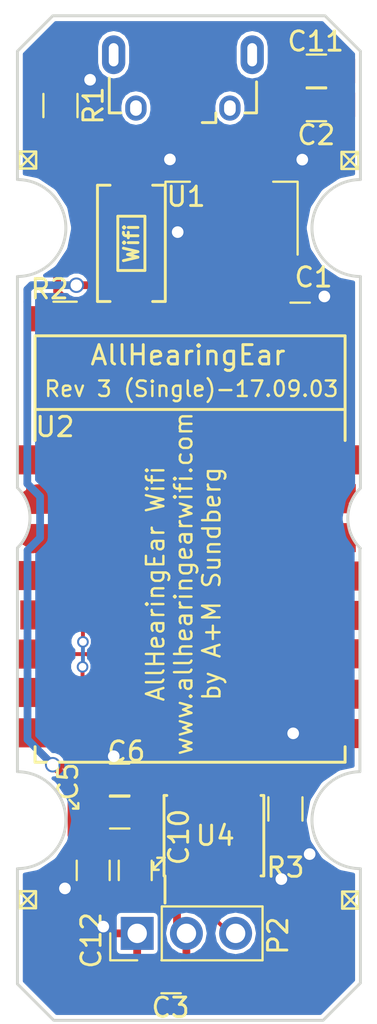
<source format=kicad_pcb>
(kicad_pcb (version 4) (host pcbnew 4.0.4-stable)

  (general
    (links 40)
    (no_connects 0)
    (area 132.626764 53.584999 170.645 107.005)
    (thickness 1.6)
    (drawings 60)
    (tracks 165)
    (zones 0)
    (modules 23)
    (nets 11)
  )

  (page A4)
  (layers
    (0 F.Cu signal)
    (31 B.Cu signal hide)
    (32 B.Adhes user hide)
    (33 F.Adhes user hide)
    (34 B.Paste user)
    (35 F.Paste user)
    (36 B.SilkS user)
    (37 F.SilkS user)
    (38 B.Mask user)
    (39 F.Mask user)
    (40 Dwgs.User user hide)
    (41 Cmts.User user hide)
    (42 Eco1.User user hide)
    (43 Eco2.User user hide)
    (44 Edge.Cuts user)
    (45 Margin user hide)
    (46 B.CrtYd user hide)
    (47 F.CrtYd user hide)
    (48 B.Fab user)
    (49 F.Fab user hide)
  )

  (setup
    (last_trace_width 0.2)
    (trace_clearance 0.2)
    (zone_clearance 0.2)
    (zone_45_only yes)
    (trace_min 0.2)
    (segment_width 0.127)
    (edge_width 0.15)
    (via_size 0.6)
    (via_drill 0.4)
    (via_min_size 0.4)
    (via_min_drill 0.3)
    (uvia_size 0.3)
    (uvia_drill 0.1)
    (uvias_allowed no)
    (uvia_min_size 0.2)
    (uvia_min_drill 0.1)
    (pcb_text_width 0.3)
    (pcb_text_size 1.5 1.5)
    (mod_edge_width 0.15)
    (mod_text_size 1 1)
    (mod_text_width 0.15)
    (pad_size 0.7 0.4)
    (pad_drill 0)
    (pad_to_mask_clearance 0.2)
    (aux_axis_origin 0 0)
    (visible_elements 7FFEFFFF)
    (pcbplotparams
      (layerselection 0x010f0_80000001)
      (usegerberextensions false)
      (excludeedgelayer true)
      (linewidth 0.100000)
      (plotframeref false)
      (viasonmask false)
      (mode 1)
      (useauxorigin false)
      (hpglpennumber 1)
      (hpglpenspeed 20)
      (hpglpendiameter 15)
      (hpglpenoverlay 2)
      (psnegative false)
      (psa4output false)
      (plotreference true)
      (plotvalue true)
      (plotinvisibletext false)
      (padsonsilk false)
      (subtractmaskfromsilk false)
      (outputformat 1)
      (mirror false)
      (drillshape 0)
      (scaleselection 1)
      (outputdirectory ""))
  )

  (net 0 "")
  (net 1 GND)
  (net 2 VCC)
  (net 3 SS)
  (net 4 MISO)
  (net 5 SCLK)
  (net 6 +5V)
  (net 7 "Net-(R1-Pad2)")
  (net 8 "Net-(R2-Pad1)")
  (net 9 GNDA)
  (net 10 "Net-(P2-Pad3)")

  (net_class Default "This is the default net class."
    (clearance 0.2)
    (trace_width 0.2)
    (via_dia 0.6)
    (via_drill 0.4)
    (uvia_dia 0.3)
    (uvia_drill 0.1)
    (add_net MISO)
    (add_net "Net-(P2-Pad3)")
    (add_net SCLK)
    (add_net SS)
  )

  (net_class Power ""
    (clearance 0.2)
    (trace_width 0.4)
    (via_dia 0.8)
    (via_drill 0.6)
    (uvia_dia 0.3)
    (uvia_drill 0.1)
    (add_net +5V)
    (add_net GND)
    (add_net "Net-(R1-Pad2)")
    (add_net "Net-(R2-Pad1)")
    (add_net VCC)
  )

  (module ASKicadLib:AHExPad (layer F.Cu) (tedit 58DCD0A9) (tstamp 58DCD24B)
    (at 160.48 80.78 45)
    (descr AHExPad)
    (tags AHE)
    (attr smd)
    (fp_text reference REF** (at 5.451793 3.896158 45) (layer F.SilkS) hide
      (effects (font (size 1 1) (thickness 0.15)))
    )
    (fp_text value C_0603_HandSoldering (at 0 1.5 45) (layer F.Fab)
      (effects (font (size 1 1) (thickness 0.15)))
    )
    (pad 1 smd rect (at -1.499066 -0.268701 300) (size 0.7 0.4) (layers F.Cu F.Paste F.Mask))
    (pad 2 smd rect (at 0.127279 -1.866762 58) (size 0.7 0.4) (layers F.Cu F.Paste F.Mask))
    (model Capacitors_SMD.3dshapes/C_0603.wrl
      (at (xyz 0 0 0))
      (scale (xyz 1 1 1))
      (rotate (xyz 0 0 0))
    )
  )

  (module ASKicadLib:AHExPad (layer F.Cu) (tedit 58DCCF4F) (tstamp 58DCCFE7)
    (at 141.5 80.25 225)
    (descr AHExPad)
    (tags AHE)
    (attr smd)
    (fp_text reference REF** (at 5.451793 3.896158 225) (layer F.SilkS) hide
      (effects (font (size 1 1) (thickness 0.15)))
    )
    (fp_text value C_0603_HandSoldering (at 0 1.5 225) (layer F.Fab)
      (effects (font (size 1 1) (thickness 0.15)))
    )
    (pad 1 smd rect (at -1.499066 -0.268701 125) (size 0.7 0.4) (layers F.Cu F.Paste F.Mask))
    (pad 2 smd rect (at 0.127279 -1.866762 238) (size 0.7 0.4) (layers F.Cu F.Paste F.Mask))
    (model Capacitors_SMD.3dshapes/C_0603.wrl
      (at (xyz 0 0 0))
      (scale (xyz 1 1 1))
      (rotate (xyz 0 0 0))
    )
  )

  (module Pin_Headers:Pin_Header_Straight_1x03_Pitch2.54mm (layer F.Cu) (tedit 58C5AB03) (tstamp 58C1A139)
    (at 148.33 101.94 90)
    (descr "Through hole straight pin header, 1x03, 2.54mm pitch, single row")
    (tags "Through hole pin header THT 1x03 2.54mm single row")
    (path /58C1ADF2)
    (fp_text reference P2 (at -0.12 7.27 90) (layer F.SilkS)
      (effects (font (size 1 1) (thickness 0.15)))
    )
    (fp_text value CONN_01X03 (at 0 7.47 90) (layer F.Fab)
      (effects (font (size 1 1) (thickness 0.15)))
    )
    (fp_line (start -1.27 -1.27) (end -1.27 6.35) (layer F.Fab) (width 0.1))
    (fp_line (start -1.27 6.35) (end 1.27 6.35) (layer F.Fab) (width 0.1))
    (fp_line (start 1.27 6.35) (end 1.27 -1.27) (layer F.Fab) (width 0.1))
    (fp_line (start 1.27 -1.27) (end -1.27 -1.27) (layer F.Fab) (width 0.1))
    (fp_line (start -1.39 1.27) (end -1.39 6.47) (layer F.SilkS) (width 0.12))
    (fp_line (start -1.39 6.47) (end 1.39 6.47) (layer F.SilkS) (width 0.12))
    (fp_line (start 1.39 6.47) (end 1.39 1.27) (layer F.SilkS) (width 0.12))
    (fp_line (start 1.39 1.27) (end -1.39 1.27) (layer F.SilkS) (width 0.12))
    (fp_line (start -1.39 0) (end -1.39 -1.39) (layer F.SilkS) (width 0.12))
    (fp_line (start -1.39 -1.39) (end 0 -1.39) (layer F.SilkS) (width 0.12))
    (fp_line (start -1.6 -1.6) (end -1.6 6.6) (layer F.CrtYd) (width 0.05))
    (fp_line (start -1.6 6.6) (end 1.6 6.6) (layer F.CrtYd) (width 0.05))
    (fp_line (start 1.6 6.6) (end 1.6 -1.6) (layer F.CrtYd) (width 0.05))
    (fp_line (start 1.6 -1.6) (end -1.6 -1.6) (layer F.CrtYd) (width 0.05))
    (pad 1 thru_hole rect (at 0 0 90) (size 1.7 1.7) (drill 1) (layers *.Cu *.Mask)
      (net 1 GND))
    (pad 2 thru_hole oval (at 0 2.54 90) (size 1.7 1.7) (drill 1) (layers *.Cu *.Mask)
      (net 2 VCC))
    (pad 3 thru_hole oval (at 0 5.08 90) (size 1.7 1.7) (drill 1) (layers *.Cu *.Mask)
      (net 10 "Net-(P2-Pad3)"))
    (model Pin_Headers.3dshapes/Pin_Header_Straight_1x03_Pitch2.54mm.wrl
      (at (xyz 0 -0.1 0))
      (scale (xyz 1 1 1))
      (rotate (xyz 0 0 90))
    )
  )

  (module Capacitors_SMD:C_0805_HandSoldering (layer F.Cu) (tedit 58C5AAE6) (tstamp 58B9E4E7)
    (at 148.23 98.69 90)
    (descr "Capacitor SMD 0805, hand soldering")
    (tags "capacitor 0805")
    (path /58499029)
    (attr smd)
    (fp_text reference C10 (at 1.72 2.25 270) (layer F.SilkS)
      (effects (font (size 1 1) (thickness 0.15)))
    )
    (fp_text value 1.0uF (at 0 1.75 90) (layer F.Fab)
      (effects (font (size 1 1) (thickness 0.15)))
    )
    (fp_text user %R (at 0 -1.75 90) (layer F.Fab)
      (effects (font (size 1 1) (thickness 0.15)))
    )
    (fp_line (start -1 0.62) (end -1 -0.62) (layer F.Fab) (width 0.1))
    (fp_line (start 1 0.62) (end -1 0.62) (layer F.Fab) (width 0.1))
    (fp_line (start 1 -0.62) (end 1 0.62) (layer F.Fab) (width 0.1))
    (fp_line (start -1 -0.62) (end 1 -0.62) (layer F.Fab) (width 0.1))
    (fp_line (start 0.5 -0.85) (end -0.5 -0.85) (layer F.SilkS) (width 0.12))
    (fp_line (start -0.5 0.85) (end 0.5 0.85) (layer F.SilkS) (width 0.12))
    (fp_line (start -2.25 -0.88) (end 2.25 -0.88) (layer F.CrtYd) (width 0.05))
    (fp_line (start -2.25 -0.88) (end -2.25 0.87) (layer F.CrtYd) (width 0.05))
    (fp_line (start 2.25 0.87) (end 2.25 -0.88) (layer F.CrtYd) (width 0.05))
    (fp_line (start 2.25 0.87) (end -2.25 0.87) (layer F.CrtYd) (width 0.05))
    (pad 1 smd rect (at -1.25 0 90) (size 1.5 1.25) (layers F.Cu F.Paste F.Mask)
      (net 1 GND))
    (pad 2 smd rect (at 1.25 0 90) (size 1.5 1.25) (layers F.Cu F.Paste F.Mask)
      (net 2 VCC))
    (model Capacitors_SMD.3dshapes/C_0805.wrl
      (at (xyz 0 0 0))
      (scale (xyz 1 1 1))
      (rotate (xyz 0 0 0))
    )
  )

  (module Resistors_SMD:R_0805_HandSoldering (layer F.Cu) (tedit 58BF1D2A) (tstamp 58B9E51C)
    (at 144.37 59.23 270)
    (descr "Resistor SMD 0805, hand soldering")
    (tags "resistor 0805")
    (path /584974BB)
    (attr smd)
    (fp_text reference R1 (at 0 -1.7 270) (layer F.SilkS)
      (effects (font (size 1 1) (thickness 0.15)))
    )
    (fp_text value 10k (at 0 1.75 270) (layer F.Fab)
      (effects (font (size 1 1) (thickness 0.15)))
    )
    (fp_text user %R (at 0 -1.7 270) (layer F.Fab)
      (effects (font (size 1 1) (thickness 0.15)))
    )
    (fp_line (start -1 0.62) (end -1 -0.62) (layer F.Fab) (width 0.1))
    (fp_line (start 1 0.62) (end -1 0.62) (layer F.Fab) (width 0.1))
    (fp_line (start 1 -0.62) (end 1 0.62) (layer F.Fab) (width 0.1))
    (fp_line (start -1 -0.62) (end 1 -0.62) (layer F.Fab) (width 0.1))
    (fp_line (start 0.6 0.88) (end -0.6 0.88) (layer F.SilkS) (width 0.12))
    (fp_line (start -0.6 -0.88) (end 0.6 -0.88) (layer F.SilkS) (width 0.12))
    (fp_line (start -2.35 -0.9) (end 2.35 -0.9) (layer F.CrtYd) (width 0.05))
    (fp_line (start -2.35 -0.9) (end -2.35 0.9) (layer F.CrtYd) (width 0.05))
    (fp_line (start 2.35 0.9) (end 2.35 -0.9) (layer F.CrtYd) (width 0.05))
    (fp_line (start 2.35 0.9) (end -2.35 0.9) (layer F.CrtYd) (width 0.05))
    (pad 1 smd rect (at -1.35 0 270) (size 1.5 1.3) (layers F.Cu F.Paste F.Mask)
      (net 1 GND))
    (pad 2 smd rect (at 1.35 0 270) (size 1.5 1.3) (layers F.Cu F.Paste F.Mask)
      (net 7 "Net-(R1-Pad2)"))
    (model Resistors_SMD.3dshapes/R_0805.wrl
      (at (xyz 0 0 0))
      (scale (xyz 1 1 1))
      (rotate (xyz 0 0 0))
    )
  )

  (module Housings_SOIC:SOIC-8_3.9x4.9mm_Pitch1.27mm (layer F.Cu) (tedit 58C5AAF2) (tstamp 58BB03BC)
    (at 152.29 96.9 90)
    (descr "8-Lead Plastic Small Outline (SN) - Narrow, 3.90 mm Body [SOIC] (see Microchip Packaging Specification 00000049BS.pdf)")
    (tags "SOIC 1.27")
    (path /58495F1E)
    (attr smd)
    (fp_text reference U4 (at 0 0.07 180) (layer F.SilkS)
      (effects (font (size 1 1) (thickness 0.15)))
    )
    (fp_text value MCP3201 (at 0 3.5 90) (layer F.Fab)
      (effects (font (size 1 1) (thickness 0.15)))
    )
    (fp_line (start -0.95 -2.45) (end 1.95 -2.45) (layer F.Fab) (width 0.15))
    (fp_line (start 1.95 -2.45) (end 1.95 2.45) (layer F.Fab) (width 0.15))
    (fp_line (start 1.95 2.45) (end -1.95 2.45) (layer F.Fab) (width 0.15))
    (fp_line (start -1.95 2.45) (end -1.95 -1.45) (layer F.Fab) (width 0.15))
    (fp_line (start -1.95 -1.45) (end -0.95 -2.45) (layer F.Fab) (width 0.15))
    (fp_line (start -3.75 -2.75) (end -3.75 2.75) (layer F.CrtYd) (width 0.05))
    (fp_line (start 3.75 -2.75) (end 3.75 2.75) (layer F.CrtYd) (width 0.05))
    (fp_line (start -3.75 -2.75) (end 3.75 -2.75) (layer F.CrtYd) (width 0.05))
    (fp_line (start -3.75 2.75) (end 3.75 2.75) (layer F.CrtYd) (width 0.05))
    (fp_line (start -2.075 -2.575) (end -2.075 -2.525) (layer F.SilkS) (width 0.15))
    (fp_line (start 2.075 -2.575) (end 2.075 -2.43) (layer F.SilkS) (width 0.15))
    (fp_line (start 2.075 2.575) (end 2.075 2.43) (layer F.SilkS) (width 0.15))
    (fp_line (start -2.075 2.575) (end -2.075 2.43) (layer F.SilkS) (width 0.15))
    (fp_line (start -2.075 -2.575) (end 2.075 -2.575) (layer F.SilkS) (width 0.15))
    (fp_line (start -2.075 2.575) (end 2.075 2.575) (layer F.SilkS) (width 0.15))
    (fp_line (start -2.075 -2.525) (end -3.475 -2.525) (layer F.SilkS) (width 0.15))
    (pad 1 smd rect (at -2.7 -1.905 90) (size 1.55 0.6) (layers F.Cu F.Paste F.Mask)
      (net 2 VCC))
    (pad 2 smd rect (at -2.7 -0.635 90) (size 1.55 0.6) (layers F.Cu F.Paste F.Mask)
      (net 10 "Net-(P2-Pad3)"))
    (pad 3 smd rect (at -2.7 0.635 90) (size 1.55 0.6) (layers F.Cu F.Paste F.Mask)
      (net 1 GND))
    (pad 4 smd rect (at -2.7 1.905 90) (size 1.55 0.6) (layers F.Cu F.Paste F.Mask)
      (net 1 GND))
    (pad 5 smd rect (at 2.7 1.905 90) (size 1.55 0.6) (layers F.Cu F.Paste F.Mask)
      (net 3 SS))
    (pad 6 smd rect (at 2.7 0.635 90) (size 1.55 0.6) (layers F.Cu F.Paste F.Mask)
      (net 4 MISO))
    (pad 7 smd rect (at 2.7 -0.635 90) (size 1.55 0.6) (layers F.Cu F.Paste F.Mask)
      (net 5 SCLK))
    (pad 8 smd rect (at 2.7 -1.905 90) (size 1.55 0.6) (layers F.Cu F.Paste F.Mask)
      (net 2 VCC))
    (model Housings_SOIC.3dshapes/SOIC-8_3.9x4.9mm_Pitch1.27mm.wrl
      (at (xyz 0 0 0))
      (scale (xyz 1 1 1))
      (rotate (xyz 0 0 0))
    )
  )

  (module Capacitors_SMD:C_0805_HandSoldering (layer F.Cu) (tedit 58C1B42A) (tstamp 58B9E466)
    (at 156.74 70.25)
    (descr "Capacitor SMD 0805, hand soldering")
    (tags "capacitor 0805")
    (path /58496C2E)
    (attr smd)
    (fp_text reference C1 (at 0.69 -2.16) (layer F.SilkS)
      (effects (font (size 1 1) (thickness 0.15)))
    )
    (fp_text value 0,1uF (at 0 1.75) (layer F.Fab)
      (effects (font (size 1 1) (thickness 0.15)))
    )
    (fp_text user %R (at 0 -1.75) (layer F.Fab)
      (effects (font (size 1 1) (thickness 0.15)))
    )
    (fp_line (start -1 0.62) (end -1 -0.62) (layer F.Fab) (width 0.1))
    (fp_line (start 1 0.62) (end -1 0.62) (layer F.Fab) (width 0.1))
    (fp_line (start 1 -0.62) (end 1 0.62) (layer F.Fab) (width 0.1))
    (fp_line (start -1 -0.62) (end 1 -0.62) (layer F.Fab) (width 0.1))
    (fp_line (start 0.5 -0.85) (end -0.5 -0.85) (layer F.SilkS) (width 0.12))
    (fp_line (start -0.5 0.85) (end 0.5 0.85) (layer F.SilkS) (width 0.12))
    (fp_line (start -2.25 -0.88) (end 2.25 -0.88) (layer F.CrtYd) (width 0.05))
    (fp_line (start -2.25 -0.88) (end -2.25 0.87) (layer F.CrtYd) (width 0.05))
    (fp_line (start 2.25 0.87) (end 2.25 -0.88) (layer F.CrtYd) (width 0.05))
    (fp_line (start 2.25 0.87) (end -2.25 0.87) (layer F.CrtYd) (width 0.05))
    (pad 1 smd rect (at -1.25 0) (size 1.5 1.25) (layers F.Cu F.Paste F.Mask)
      (net 2 VCC))
    (pad 2 smd rect (at 1.25 0) (size 1.5 1.25) (layers F.Cu F.Paste F.Mask)
      (net 1 GND))
    (model Capacitors_SMD.3dshapes/C_0805.wrl
      (at (xyz 0 0 0))
      (scale (xyz 1 1 1))
      (rotate (xyz 0 0 0))
    )
  )

  (module Capacitors_SMD:C_0805_HandSoldering (layer F.Cu) (tedit 58C1B49B) (tstamp 58B9E4A7)
    (at 147.43 95.68)
    (descr "Capacitor SMD 0805, hand soldering")
    (tags "capacitor 0805")
    (path /584989F9)
    (attr smd)
    (fp_text reference C5 (at -2.67 -1.57 90) (layer F.SilkS)
      (effects (font (size 1 1) (thickness 0.15)))
    )
    (fp_text value 0,1 (at 0 1.75) (layer F.Fab)
      (effects (font (size 1 1) (thickness 0.15)))
    )
    (fp_text user %R (at 0 -1.75) (layer F.Fab)
      (effects (font (size 1 1) (thickness 0.15)))
    )
    (fp_line (start -1 0.62) (end -1 -0.62) (layer F.Fab) (width 0.1))
    (fp_line (start 1 0.62) (end -1 0.62) (layer F.Fab) (width 0.1))
    (fp_line (start 1 -0.62) (end 1 0.62) (layer F.Fab) (width 0.1))
    (fp_line (start -1 -0.62) (end 1 -0.62) (layer F.Fab) (width 0.1))
    (fp_line (start 0.5 -0.85) (end -0.5 -0.85) (layer F.SilkS) (width 0.12))
    (fp_line (start -0.5 0.85) (end 0.5 0.85) (layer F.SilkS) (width 0.12))
    (fp_line (start -2.25 -0.88) (end 2.25 -0.88) (layer F.CrtYd) (width 0.05))
    (fp_line (start -2.25 -0.88) (end -2.25 0.87) (layer F.CrtYd) (width 0.05))
    (fp_line (start 2.25 0.87) (end 2.25 -0.88) (layer F.CrtYd) (width 0.05))
    (fp_line (start 2.25 0.87) (end -2.25 0.87) (layer F.CrtYd) (width 0.05))
    (pad 1 smd rect (at -1.25 0) (size 1.5 1.25) (layers F.Cu F.Paste F.Mask)
      (net 1 GND))
    (pad 2 smd rect (at 1.25 0) (size 1.5 1.25) (layers F.Cu F.Paste F.Mask)
      (net 2 VCC))
    (model Capacitors_SMD.3dshapes/C_0805.wrl
      (at (xyz 0 0 0))
      (scale (xyz 1 1 1))
      (rotate (xyz 0 0 0))
    )
  )

  (module Capacitors_SMD:C_0805_HandSoldering (layer F.Cu) (tedit 58C1B1E9) (tstamp 58B9E4B7)
    (at 147.42 94.03)
    (descr "Capacitor SMD 0805, hand soldering")
    (tags "capacitor 0805")
    (path /58BC87E7)
    (attr smd)
    (fp_text reference C6 (at 0.35 -1.48) (layer F.SilkS)
      (effects (font (size 1 1) (thickness 0.15)))
    )
    (fp_text value 10uF (at 0 1.75) (layer F.Fab)
      (effects (font (size 1 1) (thickness 0.15)))
    )
    (fp_text user %R (at 0 -1.75) (layer F.Fab)
      (effects (font (size 1 1) (thickness 0.15)))
    )
    (fp_line (start -1 0.62) (end -1 -0.62) (layer F.Fab) (width 0.1))
    (fp_line (start 1 0.62) (end -1 0.62) (layer F.Fab) (width 0.1))
    (fp_line (start 1 -0.62) (end 1 0.62) (layer F.Fab) (width 0.1))
    (fp_line (start -1 -0.62) (end 1 -0.62) (layer F.Fab) (width 0.1))
    (fp_line (start 0.5 -0.85) (end -0.5 -0.85) (layer F.SilkS) (width 0.12))
    (fp_line (start -0.5 0.85) (end 0.5 0.85) (layer F.SilkS) (width 0.12))
    (fp_line (start -2.25 -0.88) (end 2.25 -0.88) (layer F.CrtYd) (width 0.05))
    (fp_line (start -2.25 -0.88) (end -2.25 0.87) (layer F.CrtYd) (width 0.05))
    (fp_line (start 2.25 0.87) (end 2.25 -0.88) (layer F.CrtYd) (width 0.05))
    (fp_line (start 2.25 0.87) (end -2.25 0.87) (layer F.CrtYd) (width 0.05))
    (pad 1 smd rect (at -1.25 0) (size 1.5 1.25) (layers F.Cu F.Paste F.Mask)
      (net 1 GND))
    (pad 2 smd rect (at 1.25 0) (size 1.5 1.25) (layers F.Cu F.Paste F.Mask)
      (net 2 VCC))
    (model Capacitors_SMD.3dshapes/C_0805.wrl
      (at (xyz 0 0 0))
      (scale (xyz 1 1 1))
      (rotate (xyz 0 0 0))
    )
  )

  (module Resistors_SMD:R_0805_HandSoldering (layer F.Cu) (tedit 58BDBBE4) (tstamp 58B9E53D)
    (at 155.98 95.52 90)
    (descr "Resistor SMD 0805, hand soldering")
    (tags "resistor 0805")
    (path /58497D8F)
    (attr smd)
    (fp_text reference R3 (at -3.02 0 180) (layer F.SilkS)
      (effects (font (size 1 1) (thickness 0.15)))
    )
    (fp_text value 10k (at 0 1.75 90) (layer F.Fab)
      (effects (font (size 1 1) (thickness 0.15)))
    )
    (fp_text user %R (at 0 -1.7 90) (layer F.Fab)
      (effects (font (size 1 1) (thickness 0.15)))
    )
    (fp_line (start -1 0.62) (end -1 -0.62) (layer F.Fab) (width 0.1))
    (fp_line (start 1 0.62) (end -1 0.62) (layer F.Fab) (width 0.1))
    (fp_line (start 1 -0.62) (end 1 0.62) (layer F.Fab) (width 0.1))
    (fp_line (start -1 -0.62) (end 1 -0.62) (layer F.Fab) (width 0.1))
    (fp_line (start 0.6 0.88) (end -0.6 0.88) (layer F.SilkS) (width 0.12))
    (fp_line (start -0.6 -0.88) (end 0.6 -0.88) (layer F.SilkS) (width 0.12))
    (fp_line (start -2.35 -0.9) (end 2.35 -0.9) (layer F.CrtYd) (width 0.05))
    (fp_line (start -2.35 -0.9) (end -2.35 0.9) (layer F.CrtYd) (width 0.05))
    (fp_line (start 2.35 0.9) (end 2.35 -0.9) (layer F.CrtYd) (width 0.05))
    (fp_line (start 2.35 0.9) (end -2.35 0.9) (layer F.CrtYd) (width 0.05))
    (pad 1 smd rect (at -1.35 0 90) (size 1.5 1.3) (layers F.Cu F.Paste F.Mask)
      (net 1 GND))
    (pad 2 smd rect (at 1.35 0 90) (size 1.5 1.3) (layers F.Cu F.Paste F.Mask)
      (net 3 SS))
    (model Resistors_SMD.3dshapes/R_0805.wrl
      (at (xyz 0 0 0))
      (scale (xyz 1 1 1))
      (rotate (xyz 0 0 0))
    )
  )

  (module Capacitors_SMD:C_0805_HandSoldering (layer F.Cu) (tedit 58C5AAE9) (tstamp 58BDB532)
    (at 146.06 98.69 90)
    (descr "Capacitor SMD 0805, hand soldering")
    (tags "capacitor 0805")
    (path /58BC84EA)
    (attr smd)
    (fp_text reference C12 (at -3.61 -0.1 270) (layer F.SilkS)
      (effects (font (size 1 1) (thickness 0.15)))
    )
    (fp_text value 10uF (at 0 1.75 90) (layer F.Fab)
      (effects (font (size 1 1) (thickness 0.15)))
    )
    (fp_text user %R (at 0 -1.75 90) (layer F.Fab)
      (effects (font (size 1 1) (thickness 0.15)))
    )
    (fp_line (start -1 0.62) (end -1 -0.62) (layer F.Fab) (width 0.1))
    (fp_line (start 1 0.62) (end -1 0.62) (layer F.Fab) (width 0.1))
    (fp_line (start 1 -0.62) (end 1 0.62) (layer F.Fab) (width 0.1))
    (fp_line (start -1 -0.62) (end 1 -0.62) (layer F.Fab) (width 0.1))
    (fp_line (start 0.5 -0.85) (end -0.5 -0.85) (layer F.SilkS) (width 0.12))
    (fp_line (start -0.5 0.85) (end 0.5 0.85) (layer F.SilkS) (width 0.12))
    (fp_line (start -2.25 -0.88) (end 2.25 -0.88) (layer F.CrtYd) (width 0.05))
    (fp_line (start -2.25 -0.88) (end -2.25 0.87) (layer F.CrtYd) (width 0.05))
    (fp_line (start 2.25 0.87) (end 2.25 -0.88) (layer F.CrtYd) (width 0.05))
    (fp_line (start 2.25 0.87) (end -2.25 0.87) (layer F.CrtYd) (width 0.05))
    (pad 1 smd rect (at -1.25 0 90) (size 1.5 1.25) (layers F.Cu F.Paste F.Mask)
      (net 1 GND))
    (pad 2 smd rect (at 1.25 0 90) (size 1.5 1.25) (layers F.Cu F.Paste F.Mask)
      (net 2 VCC))
    (model Capacitors_SMD.3dshapes/C_0805.wrl
      (at (xyz 0 0 0))
      (scale (xyz 1 1 1))
      (rotate (xyz 0 0 0))
    )
  )

  (module Resistors_SMD:R_0805_HandSoldering (layer F.Cu) (tedit 58C1B437) (tstamp 58C19700)
    (at 144.61 70.23)
    (descr "Resistor SMD 0805, hand soldering")
    (tags "resistor 0805")
    (path /58496E46)
    (attr smd)
    (fp_text reference R2 (at -0.8 -1.53) (layer F.SilkS)
      (effects (font (size 1 1) (thickness 0.15)))
    )
    (fp_text value 10k (at 0 1.75) (layer F.Fab)
      (effects (font (size 1 1) (thickness 0.15)))
    )
    (fp_text user %R (at 0 -1.7) (layer F.Fab)
      (effects (font (size 1 1) (thickness 0.15)))
    )
    (fp_line (start -1 0.62) (end -1 -0.62) (layer F.Fab) (width 0.1))
    (fp_line (start 1 0.62) (end -1 0.62) (layer F.Fab) (width 0.1))
    (fp_line (start 1 -0.62) (end 1 0.62) (layer F.Fab) (width 0.1))
    (fp_line (start -1 -0.62) (end 1 -0.62) (layer F.Fab) (width 0.1))
    (fp_line (start 0.6 0.88) (end -0.6 0.88) (layer F.SilkS) (width 0.12))
    (fp_line (start -0.6 -0.88) (end 0.6 -0.88) (layer F.SilkS) (width 0.12))
    (fp_line (start -2.35 -0.9) (end 2.35 -0.9) (layer F.CrtYd) (width 0.05))
    (fp_line (start -2.35 -0.9) (end -2.35 0.9) (layer F.CrtYd) (width 0.05))
    (fp_line (start 2.35 0.9) (end 2.35 -0.9) (layer F.CrtYd) (width 0.05))
    (fp_line (start 2.35 0.9) (end -2.35 0.9) (layer F.CrtYd) (width 0.05))
    (pad 1 smd rect (at -1.35 0) (size 1.5 1.3) (layers F.Cu F.Paste F.Mask)
      (net 8 "Net-(R2-Pad1)"))
    (pad 2 smd rect (at 1.35 0) (size 1.5 1.3) (layers F.Cu F.Paste F.Mask)
      (net 2 VCC))
    (model Resistors_SMD.3dshapes/R_0805.wrl
      (at (xyz 0 0 0))
      (scale (xyz 1 1 1))
      (rotate (xyz 0 0 0))
    )
  )

  (module ASKicadLib:ESP-07_AS (layer F.Cu) (tedit 58DCACE0) (tstamp 58C19725)
    (at 144.06 77.51)
    (descr "Module, ESP-8266, ESP-07v2, 16 pad, SMD")
    (tags "Module ESP-8266 ESP8266")
    (path /58495FE2)
    (fp_text reference U2 (at 0.025 -1.7 180) (layer F.SilkS)
      (effects (font (size 1 1) (thickness 0.15)))
    )
    (fp_text value ESP-07v2 (at 7.25 2.25) (layer F.Fab)
      (effects (font (size 1 1) (thickness 0.15)))
    )
    (fp_line (start -2.25 -0.5) (end -2.25 -6.65) (layer F.CrtYd) (width 0.05))
    (fp_line (start -2.25 -6.65) (end 16.25 -6.65) (layer F.CrtYd) (width 0.05))
    (fp_line (start 16.25 -6.65) (end 16.25 16) (layer F.CrtYd) (width 0.05))
    (fp_line (start 16.25 16) (end -2.25 16) (layer F.CrtYd) (width 0.05))
    (fp_line (start -2.25 16) (end -2.25 -0.5) (layer F.CrtYd) (width 0.05))
    (fp_line (start -1 -6.4) (end 15 -6.4) (layer F.SilkS) (width 0.1524))
    (fp_line (start 15 -6.4) (end 15 -1) (layer F.SilkS) (width 0.1524))
    (fp_line (start -1 -6.4) (end -1 -1) (layer F.SilkS) (width 0.1524))
    (fp_line (start -1 14.8) (end -1 15.6) (layer F.SilkS) (width 0.1524))
    (fp_line (start -1 15.6) (end 15 15.6) (layer F.SilkS) (width 0.1524))
    (fp_line (start 15 15.6) (end 15 14.8) (layer F.SilkS) (width 0.1524))
    (fp_text user AllHearingEar (at 6.892 -5.4) (layer F.SilkS)
      (effects (font (size 1 1) (thickness 0.15)))
    )
    (fp_line (start -1.008 -2.6) (end 14.992 -2.6) (layer F.SilkS) (width 0.1524))
    (fp_line (start 15 -6.4) (end 15 15.6) (layer F.Fab) (width 0.05))
    (fp_line (start 15 15.6) (end -1 15.6) (layer F.Fab) (width 0.05))
    (fp_line (start -1.008 15.6) (end -1.008 -6.4) (layer F.Fab) (width 0.05))
    (fp_line (start -1 -6.4) (end 15 -6.4) (layer F.Fab) (width 0.05))
    (pad 9 smd rect (at 13.84 14.1224) (size 2.5 1.5) (drill (offset 0.7 0)) (layers F.Cu F.Paste F.Mask)
      (net 1 GND))
    (pad 10 smd rect (at 13.84 12.0904) (size 2.5 1.5) (drill (offset 0.7 0)) (layers F.Cu F.Paste F.Mask)
      (net 3 SS))
    (pad 11 smd rect (at 13.84 10.0076) (size 2.5 1.5) (drill (offset 0.7 0)) (layers F.Cu F.Paste F.Mask))
    (pad 12 smd rect (at 13.84 8.0264) (size 2.5 1.5) (drill (offset 0.7 0)) (layers F.Cu F.Paste F.Mask))
    (pad 13 smd rect (at 13.84 5.9944) (size 2.5 1.5) (drill (offset 0.7 0)) (layers F.Cu F.Paste F.Mask))
    (pad 14 smd rect (at 13.54 4.0132) (size 1.9 1.5) (drill (offset 0.7 0)) (layers F.Cu F.Paste F.Mask)
      (net 7 "Net-(R1-Pad2)"))
    (pad 15 smd rect (at 13.54 2.0066) (size 1.9 1.5) (drill (offset 0.7 0)) (layers F.Cu F.Paste F.Mask))
    (pad 8 smd rect (at 0.19 14.0843) (size 2.7 1.5) (drill (offset -0.7 0)) (layers F.Cu F.Paste F.Mask)
      (net 2 VCC))
    (pad 7 smd rect (at 0.19 12.0015) (size 2.7 1.5) (drill (offset -0.7 0)) (layers F.Cu F.Paste F.Mask))
    (pad 6 smd rect (at 0.19 10.0203) (size 2.7 1.5) (drill (offset -0.7 0)) (layers F.Cu F.Paste F.Mask)
      (net 4 MISO))
    (pad 5 smd rect (at 0.29 8.001) (size 2.7 1.5) (drill (offset -0.7 0)) (layers F.Cu F.Paste F.Mask)
      (net 5 SCLK))
    (pad 4 smd rect (at 0.19 5.969) (size 2.7 1.5) (drill (offset -0.7 0)) (layers F.Cu F.Paste F.Mask))
    (pad 3 smd rect (at 0.61 4.064) (size 1.9 1.5) (drill (offset -0.7 0)) (layers F.Cu F.Paste F.Mask)
      (net 8 "Net-(R2-Pad1)"))
    (pad 2 smd rect (at 0.61 2.032) (size 1.9 1.5) (drill (offset -0.7 0)) (layers F.Cu F.Paste F.Mask))
    (pad 1 smd rect (at 0.19 0) (size 2.7 1.5) (drill (offset -0.7 0)) (layers F.Cu F.Paste F.Mask))
    (pad 16 smd rect (at 13.84 0) (size 2.5 1.5) (drill (offset 0.7 0)) (layers F.Cu F.Paste F.Mask))
    (model ${ESPLIB}/ESP8266.3dshapes/ESP-07v2.wrl
      (at (xyz 0 0 0))
      (scale (xyz 0.3937 0.3937 0.3937))
      (rotate (xyz 0 0 0))
    )
  )

  (module ASKicadLib:SW_PUSH_AS (layer F.Cu) (tedit 58C1B43D) (tstamp 58C19739)
    (at 148.03 66.34 270)
    (descr "Light Touch Switch")
    (path /5849753C)
    (attr smd)
    (fp_text reference Wifi (at 0 0 270) (layer F.SilkS)
      (effects (font (size 0.75 0.75) (thickness 0.15)))
    )
    (fp_text value SW_PUSH (at 0 3 270) (layer F.Fab) hide
      (effects (font (size 1 1) (thickness 0.15)))
    )
    (fp_line (start -1.4 -0.7) (end 1.4 -0.7) (layer F.SilkS) (width 0.15))
    (fp_line (start 1.4 -0.7) (end 1.4 0.7) (layer F.SilkS) (width 0.15))
    (fp_line (start 1.4 0.7) (end -1.4 0.7) (layer F.SilkS) (width 0.15))
    (fp_line (start -1.4 0.7) (end -1.4 -0.7) (layer F.SilkS) (width 0.15))
    (fp_line (start -3.95 -2) (end 3.95 -2) (layer F.CrtYd) (width 0.05))
    (fp_line (start 3.95 -2) (end 3.95 2) (layer F.CrtYd) (width 0.05))
    (fp_line (start 3.95 2) (end -3.95 2) (layer F.CrtYd) (width 0.05))
    (fp_line (start -3.95 2) (end -3.95 -2) (layer F.CrtYd) (width 0.05))
    (fp_line (start 3 -1.75) (end 3 -1.1) (layer F.SilkS) (width 0.15))
    (fp_line (start 3 1.75) (end 3 1.1) (layer F.SilkS) (width 0.15))
    (fp_line (start -3 1.1) (end -3 1.75) (layer F.SilkS) (width 0.15))
    (fp_line (start -3 -1.75) (end -3 -1.1) (layer F.SilkS) (width 0.15))
    (fp_line (start 3 -1.75) (end -3 -1.75) (layer F.SilkS) (width 0.15))
    (fp_line (start -3 1.75) (end 3 1.75) (layer F.SilkS) (width 0.15))
    (pad 2 smd rect (at 3.5 0 270) (size 3 1.6) (layers F.Cu F.Paste F.Mask)
      (net 2 VCC))
    (pad 1 smd rect (at -3.5 0 270) (size 3 1.6) (layers F.Cu F.Paste F.Mask)
      (net 7 "Net-(R1-Pad2)"))
  )

  (module Capacitors_SMD:C_0805_HandSoldering (layer F.Cu) (tedit 58C1A227) (tstamp 58C1A113)
    (at 157.58 59.19)
    (descr "Capacitor SMD 0805, hand soldering")
    (tags "capacitor 0805")
    (path /58496BB4)
    (attr smd)
    (fp_text reference C2 (at -0.01 1.56) (layer F.SilkS)
      (effects (font (size 1 1) (thickness 0.15)))
    )
    (fp_text value 10uF (at 0 1.75) (layer F.Fab)
      (effects (font (size 1 1) (thickness 0.15)))
    )
    (fp_text user %R (at 0 -1.75) (layer F.Fab)
      (effects (font (size 1 1) (thickness 0.15)))
    )
    (fp_line (start -1 0.62) (end -1 -0.62) (layer F.Fab) (width 0.1))
    (fp_line (start 1 0.62) (end -1 0.62) (layer F.Fab) (width 0.1))
    (fp_line (start 1 -0.62) (end 1 0.62) (layer F.Fab) (width 0.1))
    (fp_line (start -1 -0.62) (end 1 -0.62) (layer F.Fab) (width 0.1))
    (fp_line (start 0.5 -0.85) (end -0.5 -0.85) (layer F.SilkS) (width 0.12))
    (fp_line (start -0.5 0.85) (end 0.5 0.85) (layer F.SilkS) (width 0.12))
    (fp_line (start -2.25 -0.88) (end 2.25 -0.88) (layer F.CrtYd) (width 0.05))
    (fp_line (start -2.25 -0.88) (end -2.25 0.87) (layer F.CrtYd) (width 0.05))
    (fp_line (start 2.25 0.87) (end 2.25 -0.88) (layer F.CrtYd) (width 0.05))
    (fp_line (start 2.25 0.87) (end -2.25 0.87) (layer F.CrtYd) (width 0.05))
    (pad 1 smd rect (at -1.25 0) (size 1.5 1.25) (layers F.Cu F.Paste F.Mask)
      (net 6 +5V))
    (pad 2 smd rect (at 1.25 0) (size 1.5 1.25) (layers F.Cu F.Paste F.Mask)
      (net 1 GND))
    (model Capacitors_SMD.3dshapes/C_0805.wrl
      (at (xyz 0 0 0))
      (scale (xyz 1 1 1))
      (rotate (xyz 0 0 0))
    )
  )

  (module Capacitors_SMD:C_0805_HandSoldering (layer F.Cu) (tedit 58C1A23B) (tstamp 58C1A124)
    (at 157.58 57.45)
    (descr "Capacitor SMD 0805, hand soldering")
    (tags "capacitor 0805")
    (path /588A6AF9)
    (attr smd)
    (fp_text reference C11 (at -0.04 -1.53) (layer F.SilkS)
      (effects (font (size 1 1) (thickness 0.15)))
    )
    (fp_text value 0,1uF (at 0 1.75) (layer F.Fab)
      (effects (font (size 1 1) (thickness 0.15)))
    )
    (fp_text user %R (at 0 -1.75) (layer F.Fab)
      (effects (font (size 1 1) (thickness 0.15)))
    )
    (fp_line (start -1 0.62) (end -1 -0.62) (layer F.Fab) (width 0.1))
    (fp_line (start 1 0.62) (end -1 0.62) (layer F.Fab) (width 0.1))
    (fp_line (start 1 -0.62) (end 1 0.62) (layer F.Fab) (width 0.1))
    (fp_line (start -1 -0.62) (end 1 -0.62) (layer F.Fab) (width 0.1))
    (fp_line (start 0.5 -0.85) (end -0.5 -0.85) (layer F.SilkS) (width 0.12))
    (fp_line (start -0.5 0.85) (end 0.5 0.85) (layer F.SilkS) (width 0.12))
    (fp_line (start -2.25 -0.88) (end 2.25 -0.88) (layer F.CrtYd) (width 0.05))
    (fp_line (start -2.25 -0.88) (end -2.25 0.87) (layer F.CrtYd) (width 0.05))
    (fp_line (start 2.25 0.87) (end 2.25 -0.88) (layer F.CrtYd) (width 0.05))
    (fp_line (start 2.25 0.87) (end -2.25 0.87) (layer F.CrtYd) (width 0.05))
    (pad 1 smd rect (at -1.25 0) (size 1.5 1.25) (layers F.Cu F.Paste F.Mask)
      (net 6 +5V))
    (pad 2 smd rect (at 1.25 0) (size 1.5 1.25) (layers F.Cu F.Paste F.Mask)
      (net 1 GND))
    (model Capacitors_SMD.3dshapes/C_0805.wrl
      (at (xyz 0 0 0))
      (scale (xyz 1 1 1))
      (rotate (xyz 0 0 0))
    )
  )

  (module TO_SOT_Packages_SMD:SOT-223 (layer F.Cu) (tedit 58C1B42E) (tstamp 58C1A14E)
    (at 153.2 65.07 90)
    (descr "module CMS SOT223 4 pins")
    (tags "CMS SOT")
    (path /58495D09)
    (attr smd)
    (fp_text reference U1 (at 1.14 -2.35 180) (layer F.SilkS)
      (effects (font (size 1 1) (thickness 0.15)))
    )
    (fp_text value LM1117-3.3 (at 0 4.5 90) (layer F.Fab)
      (effects (font (size 1 1) (thickness 0.15)))
    )
    (fp_line (start -1.85 -2.3) (end -0.8 -3.35) (layer F.Fab) (width 0.1))
    (fp_line (start 1.91 3.41) (end 1.91 2.15) (layer F.SilkS) (width 0.12))
    (fp_line (start 1.91 -3.41) (end 1.91 -2.15) (layer F.SilkS) (width 0.12))
    (fp_line (start 4.4 -3.6) (end -4.4 -3.6) (layer F.CrtYd) (width 0.05))
    (fp_line (start 4.4 3.6) (end 4.4 -3.6) (layer F.CrtYd) (width 0.05))
    (fp_line (start -4.4 3.6) (end 4.4 3.6) (layer F.CrtYd) (width 0.05))
    (fp_line (start -4.4 -3.6) (end -4.4 3.6) (layer F.CrtYd) (width 0.05))
    (fp_line (start -1.85 -2.3) (end -1.85 3.35) (layer F.Fab) (width 0.1))
    (fp_line (start -1.85 3.41) (end 1.91 3.41) (layer F.SilkS) (width 0.12))
    (fp_line (start -0.8 -3.35) (end 1.85 -3.35) (layer F.Fab) (width 0.1))
    (fp_line (start -4.1 -3.41) (end 1.91 -3.41) (layer F.SilkS) (width 0.12))
    (fp_line (start -1.85 3.35) (end 1.85 3.35) (layer F.Fab) (width 0.1))
    (fp_line (start 1.85 -3.35) (end 1.85 3.35) (layer F.Fab) (width 0.1))
    (pad 4 smd rect (at 3.15 0 90) (size 2 3.8) (layers F.Cu F.Paste F.Mask)
      (net 2 VCC))
    (pad 2 smd rect (at -3.15 0 90) (size 2 1.5) (layers F.Cu F.Paste F.Mask)
      (net 2 VCC))
    (pad 3 smd rect (at -3.15 2.3 90) (size 2 1.5) (layers F.Cu F.Paste F.Mask)
      (net 6 +5V))
    (pad 1 smd rect (at -3.15 -2.3 90) (size 2 1.5) (layers F.Cu F.Paste F.Mask)
      (net 1 GND))
    (model TO_SOT_Packages_SMD.3dshapes/SOT-223.wrl
      (at (xyz 0 0 0))
      (scale (xyz 0.4 0.4 0.4))
      (rotate (xyz 0 0 90))
    )
  )

  (module ASKicadLib:Conn_USBmicro-B_ebay-side_TH (layer F.Cu) (tedit 57D4CFB5) (tstamp 58C1A1AB)
    (at 150.69 56.61 180)
    (path /58495BE0)
    (solder_mask_margin 0.05)
    (fp_text reference P1 (at 0 0.9 180) (layer F.Fab)
      (effects (font (size 0.6 0.6) (thickness 0.1)))
    )
    (fp_text value USB_B (at 0 0 180) (layer F.Fab)
      (effects (font (size 0.6 0.5) (thickness 0.1)))
    )
    (fp_line (start -1 -3.5) (end -1.7 -3.5) (layer F.SilkS) (width 0.15))
    (fp_line (start -1.7 -3.5) (end -1.7 -3) (layer F.SilkS) (width 0.15))
    (fp_line (start 3.8 -1.2) (end 3.8 -3) (layer F.SilkS) (width 0.15))
    (fp_line (start 3.8 -3) (end 3.2 -3) (layer F.SilkS) (width 0.15))
    (fp_line (start -3.8 -1.4) (end -3.8 -3) (layer F.SilkS) (width 0.15))
    (fp_line (start -3.8 -3) (end -3.2 -3) (layer F.SilkS) (width 0.15))
    (fp_line (start -2.8 -3.6) (end -3.2 -3.2) (layer F.CrtYd) (width 0.05))
    (fp_line (start -3.2 -3.2) (end -4 -3.2) (layer F.CrtYd) (width 0.05))
    (fp_line (start -4 -3.2) (end -4 -1.2) (layer F.CrtYd) (width 0.05))
    (fp_line (start -4 -1.2) (end -4.4 -0.8) (layer F.CrtYd) (width 0.05))
    (fp_line (start -4.4 -0.8) (end -4.4 0.8) (layer F.CrtYd) (width 0.05))
    (fp_line (start -4.4 0.8) (end -4 1.2) (layer F.CrtYd) (width 0.05))
    (fp_line (start -4 1.2) (end -4 1.6) (layer F.CrtYd) (width 0.05))
    (fp_line (start -4 1.6) (end -4.4 2) (layer F.CrtYd) (width 0.05))
    (fp_line (start -4.4 2) (end -4.4 2.8) (layer F.CrtYd) (width 0.05))
    (fp_line (start -4.4 2.8) (end 4.4 2.8) (layer F.CrtYd) (width 0.05))
    (fp_line (start 4.4 2.8) (end 4.4 2) (layer F.CrtYd) (width 0.05))
    (fp_line (start 4.4 2) (end 4 1.6) (layer F.CrtYd) (width 0.05))
    (fp_line (start 4 1.6) (end 4 1.2) (layer F.CrtYd) (width 0.05))
    (fp_line (start 4 1.2) (end 4.4 0.8) (layer F.CrtYd) (width 0.05))
    (fp_line (start 4.4 0.8) (end 4.4 -0.8) (layer F.CrtYd) (width 0.05))
    (fp_line (start 4.4 -0.8) (end 4 -1.2) (layer F.CrtYd) (width 0.05))
    (fp_line (start 4 -1.2) (end 4 -3.2) (layer F.CrtYd) (width 0.05))
    (fp_line (start 4 -3.2) (end 3.2 -3.2) (layer F.CrtYd) (width 0.05))
    (fp_line (start 3.2 -3.2) (end 2.8 -3.6) (layer F.CrtYd) (width 0.05))
    (fp_line (start 2.8 -3.6) (end -2.8 -3.6) (layer F.CrtYd) (width 0.05))
    (fp_line (start 3.7 2.05) (end 3.7 -2.95) (layer F.Fab) (width 0.05))
    (fp_line (start -4.1 2.55) (end 4.1 2.55) (layer F.Fab) (width 0.05))
    (fp_line (start -3.7 -2.95) (end -3.7 2.05) (layer F.Fab) (width 0.05))
    (fp_line (start 4.1 2.55) (end 4.1 2.05) (layer F.Fab) (width 0.05))
    (fp_line (start 4.1 2.05) (end 3.7 2.05) (layer F.Fab) (width 0.05))
    (fp_line (start -4.1 2.55) (end -4.1 2.05) (layer F.Fab) (width 0.05))
    (fp_line (start -4.1 2.05) (end -3.7 2.05) (layer F.Fab) (width 0.05))
    (fp_line (start 3.7 -2.95) (end -3.7 -2.95) (layer F.Fab) (width 0.05))
    (fp_text user %R (at -1.5 -1.7 180) (layer Eco1.User)
      (effects (font (size 0.3 0.3) (thickness 0.03)))
    )
    (fp_line (start 5 2.1) (end -5 2.1) (layer Cmts.User) (width 0.05))
    (pad "" thru_hole oval (at -3.575 0 180) (size 1.2 2) (drill oval 0.5 1.2) (layers *.Cu *.Mask F.Paste))
    (pad "" smd rect (at 0 0 180) (size 2 2) (layers F.Cu F.Paste F.Mask))
    (pad "" thru_hole oval (at 3.575 0 180) (size 1.2 2) (drill oval 0.5 1.2) (layers *.Cu *.Mask F.Paste))
    (pad 1 smd rect (at -1.3 -2.675 180) (size 0.4 1.35) (layers F.Cu F.Paste F.Mask)
      (net 6 +5V))
    (pad 2 smd rect (at -0.65 -2.675 180) (size 0.4 1.35) (layers F.Cu F.Paste F.Mask))
    (pad 3 smd rect (at 0 -2.675 180) (size 0.4 1.35) (layers F.Cu F.Paste F.Mask))
    (pad 4 smd rect (at 0.65 -2.675 180) (size 0.4 1.35) (layers F.Cu F.Paste F.Mask)
      (net 1 GND))
    (pad 5 smd rect (at 1.3 -2.675 180) (size 0.4 1.35) (layers F.Cu F.Paste F.Mask)
      (net 1 GND))
    (pad "" thru_hole oval (at -2.425 -2.75 180) (size 1.1 1.3) (drill oval 0.6 0.8) (layers *.Cu *.Mask))
    (pad "" thru_hole oval (at 2.425 -2.75 180) (size 1.1 1.3) (drill oval 0.6 0.8) (layers *.Cu *.Mask))
  )

  (module Capacitors_SMD:C_0805_HandSoldering (layer F.Cu) (tedit 58C5AAEC) (tstamp 58C1AE54)
    (at 150.08 104.18)
    (descr "Capacitor SMD 0805, hand soldering")
    (tags "capacitor 0805")
    (path /58C1B5F7)
    (attr smd)
    (fp_text reference C3 (at -0.03 1.59) (layer F.SilkS)
      (effects (font (size 1 1) (thickness 0.15)))
    )
    (fp_text value 1.0uF (at 0 1.75) (layer F.Fab)
      (effects (font (size 1 1) (thickness 0.15)))
    )
    (fp_text user %R (at 0 -1.75) (layer F.Fab)
      (effects (font (size 1 1) (thickness 0.15)))
    )
    (fp_line (start -1 0.62) (end -1 -0.62) (layer F.Fab) (width 0.1))
    (fp_line (start 1 0.62) (end -1 0.62) (layer F.Fab) (width 0.1))
    (fp_line (start 1 -0.62) (end 1 0.62) (layer F.Fab) (width 0.1))
    (fp_line (start -1 -0.62) (end 1 -0.62) (layer F.Fab) (width 0.1))
    (fp_line (start 0.5 -0.85) (end -0.5 -0.85) (layer F.SilkS) (width 0.12))
    (fp_line (start -0.5 0.85) (end 0.5 0.85) (layer F.SilkS) (width 0.12))
    (fp_line (start -2.25 -0.88) (end 2.25 -0.88) (layer F.CrtYd) (width 0.05))
    (fp_line (start -2.25 -0.88) (end -2.25 0.87) (layer F.CrtYd) (width 0.05))
    (fp_line (start 2.25 0.87) (end 2.25 -0.88) (layer F.CrtYd) (width 0.05))
    (fp_line (start 2.25 0.87) (end -2.25 0.87) (layer F.CrtYd) (width 0.05))
    (pad 1 smd rect (at -1.25 0) (size 1.5 1.25) (layers F.Cu F.Paste F.Mask)
      (net 1 GND))
    (pad 2 smd rect (at 1.25 0) (size 1.5 1.25) (layers F.Cu F.Paste F.Mask)
      (net 2 VCC))
    (model Capacitors_SMD.3dshapes/C_0805.wrl
      (at (xyz 0 0 0))
      (scale (xyz 1 1 1))
      (rotate (xyz 0 0 0))
    )
  )

  (module ASKicadLib:AHExPad (layer F.Cu) (tedit 58DCCD5C) (tstamp 58DCB2E9)
    (at 143.44 80.67 90)
    (descr AHExPad)
    (tags AHE)
    (attr smd)
    (fp_text reference REF** (at 0 -1.25 90) (layer F.SilkS) hide
      (effects (font (size 1 1) (thickness 0.15)))
    )
    (fp_text value C_0603_HandSoldering (at 0 1.5 90) (layer F.Fab)
      (effects (font (size 1 1) (thickness 0.15)))
    )
    (fp_line (start -1.8 -0.65) (end 1.8 -0.65) (layer F.CrtYd) (width 0.05))
    (fp_line (start -1.8 -0.65) (end -1.8 0.65) (layer F.CrtYd) (width 0.05))
    (fp_line (start 1.8 0.65) (end 1.8 -0.65) (layer F.CrtYd) (width 0.05))
    (fp_line (start 1.8 0.65) (end -1.8 0.65) (layer F.CrtYd) (width 0.05))
    (pad 1 smd oval (at -0.92 -0.23 90) (size 1.5 1) (layers F.Cu F.Paste F.Mask))
    (pad 2 smd oval (at 1.2 -0.23 90) (size 1.4 1) (layers F.Cu F.Paste F.Mask))
    (model Capacitors_SMD.3dshapes/C_0603.wrl
      (at (xyz 0 0 0))
      (scale (xyz 1 1 1))
      (rotate (xyz 0 0 0))
    )
  )

  (module ASKicadLib:AHExPad (layer F.Cu) (tedit 58DCADE4) (tstamp 58DCB532)
    (at 143.25 79.55 90)
    (descr AHExPad)
    (tags AHE)
    (attr smd)
    (fp_text reference REF** (at 0 -1.25 90) (layer F.SilkS) hide
      (effects (font (size 1 1) (thickness 0.15)))
    )
    (fp_text value C_0603_HandSoldering (at 0 1.5 90) (layer F.Fab)
      (effects (font (size 1 1) (thickness 0.15)))
    )
    (fp_line (start -1.8 -0.65) (end 1.8 -0.65) (layer F.CrtYd) (width 0.05))
    (fp_line (start -1.8 -0.65) (end -1.8 0.65) (layer F.CrtYd) (width 0.05))
    (fp_line (start 1.8 0.65) (end 1.8 -0.65) (layer F.CrtYd) (width 0.05))
    (fp_line (start 1.8 0.65) (end -1.8 0.65) (layer F.CrtYd) (width 0.05))
    (pad 1 smd rect (at -1.62 -0.23 90) (size 0.7 0.4) (layers F.Cu F.Paste F.Mask))
    (pad 2 smd rect (at -0.4 -0.23 90) (size 0.7 0.4) (layers F.Cu F.Paste F.Mask))
    (model Capacitors_SMD.3dshapes/C_0603.wrl
      (at (xyz 0 0 0))
      (scale (xyz 1 1 1))
      (rotate (xyz 0 0 0))
    )
  )

  (module ASKicadLib:AHExPad (layer F.Cu) (tedit 58DCCEB2) (tstamp 58DCCF78)
    (at 159.49 80.16 90)
    (descr AHExPad)
    (tags AHE)
    (attr smd)
    (fp_text reference REF** (at 0.2 10.08 90) (layer F.SilkS) hide
      (effects (font (size 1 1) (thickness 0.15)))
    )
    (fp_text value C_0603_HandSoldering (at 0 1.5 90) (layer F.Fab)
      (effects (font (size 1 1) (thickness 0.15)))
    )
    (fp_line (start -1.8 -0.65) (end 1.8 -0.65) (layer F.CrtYd) (width 0.05))
    (fp_line (start -1.8 -0.65) (end -1.8 0.65) (layer F.CrtYd) (width 0.05))
    (fp_line (start 1.8 0.65) (end 1.8 -0.65) (layer F.CrtYd) (width 0.05))
    (fp_line (start 1.8 0.65) (end -1.8 0.65) (layer F.CrtYd) (width 0.05))
    (pad 1 smd rect (at -1.91 -0.23 90) (size 0.4 0.7) (layers F.Cu F.Paste F.Mask))
    (pad 2 smd rect (at 1.2 -0.23 90) (size 0.4 0.7) (layers F.Cu F.Paste F.Mask))
    (model Capacitors_SMD.3dshapes/C_0603.wrl
      (at (xyz 0 0 0))
      (scale (xyz 1 1 1))
      (rotate (xyz 0 0 0))
    )
  )

  (module ASKicadLib:AHExPad (layer F.Cu) (tedit 58DCAC35) (tstamp 58DCD1A4)
    (at 143.03 80.36 90)
    (descr AHExPad)
    (tags AHE)
    (attr smd)
    (fp_text reference REF** (at 0 -1.25 90) (layer F.SilkS) hide
      (effects (font (size 1 1) (thickness 0.15)))
    )
    (fp_text value C_0603_HandSoldering (at 0 1.5 90) (layer F.Fab)
      (effects (font (size 1 1) (thickness 0.15)))
    )
    (fp_line (start -1.8 -0.65) (end 1.8 -0.65) (layer F.CrtYd) (width 0.05))
    (fp_line (start -1.8 -0.65) (end -1.8 0.65) (layer F.CrtYd) (width 0.05))
    (fp_line (start 1.8 0.65) (end 1.8 -0.65) (layer F.CrtYd) (width 0.05))
    (fp_line (start 1.8 0.65) (end -1.8 0.65) (layer F.CrtYd) (width 0.05))
    (pad 1 smd rect (at -1.62 -0.23 90) (size 0.7 0.4) (layers F.Cu F.Paste F.Mask))
    (pad 2 smd rect (at 1.2 -0.23 90) (size 0.7 0.4) (layers F.Cu F.Paste F.Mask))
    (model Capacitors_SMD.3dshapes/C_0603.wrl
      (at (xyz 0 0 0))
      (scale (xyz 1 1 1))
      (rotate (xyz 0 0 0))
    )
  )

  (gr_line (start 145.29 95.5) (end 145.02 95.5) (angle 90) (layer F.SilkS) (width 0.127))
  (gr_line (start 145.29 95.5) (end 145.29 95.22) (angle 90) (layer F.SilkS) (width 0.127))
  (gr_line (start 144.84 95.05) (end 145.29 95.5) (angle 90) (layer F.SilkS) (width 0.127))
  (gr_line (start 149.16 98.58) (end 149.16 98.28) (angle 90) (layer F.SilkS) (width 0.127))
  (gr_line (start 149.16 98.66) (end 149.44 98.66) (angle 90) (layer F.SilkS) (width 0.127))
  (gr_line (start 149.73 98.4) (end 149.7 98.4) (angle 90) (layer F.SilkS) (width 0.127))
  (gr_line (start 149.73 98.06) (end 149.73 98.4) (angle 90) (layer F.SilkS) (width 0.127))
  (gr_line (start 149.66 98.04) (end 149.37 98.04) (angle 90) (layer F.SilkS) (width 0.127))
  (gr_line (start 149.09 98.69) (end 149.75 98.03) (angle 90) (layer F.SilkS) (width 0.127))
  (gr_text "Rev 3 (Single)-17.09.03" (at 151.13 73.85) (layer F.SilkS)
    (effects (font (size 0.8 0.8) (thickness 0.125)))
  )
  (gr_text "AllHearingEar Wifi\nwww.allhearingearwifi.com\nby A+M Sundberg\n" (at 150.72 83.9 90) (layer F.SilkS)
    (effects (font (size 0.9 0.9) (thickness 0.125)))
  )
  (gr_line (start 142.15 93.6) (end 142.15 82.05) (angle 90) (layer Edge.Cuts) (width 0.15))
  (gr_line (start 158.91 100.66) (end 159.785 100.66) (angle 90) (layer F.SilkS) (width 0.127) (tstamp 58565C1C))
  (gr_line (start 159.76 99.81) (end 158.91 100.66) (angle 90) (layer F.SilkS) (width 0.127) (tstamp 58565C1E))
  (gr_line (start 159.785 100.66) (end 158.91 99.785) (angle 90) (layer F.SilkS) (width 0.127) (tstamp 58565C20))
  (gr_line (start 159.785 99.785) (end 158.91 99.785) (angle 90) (layer F.SilkS) (width 0.127) (tstamp 58565C1F))
  (gr_line (start 158.91 100.66) (end 158.91 99.785) (angle 90) (layer F.SilkS) (width 0.127) (tstamp 58565C1D))
  (gr_line (start 159.785 100.66) (end 159.785 99.785) (angle 90) (layer F.SilkS) (width 0.127) (tstamp 58565C1B))
  (gr_line (start 143.105 100.64) (end 143.105 99.765) (angle 90) (layer F.SilkS) (width 0.127) (tstamp 58565C1A))
  (gr_line (start 142.23 100.64) (end 143.105 100.64) (angle 90) (layer F.SilkS) (width 0.127) (tstamp 58565C19))
  (gr_line (start 142.23 100.64) (end 142.23 99.765) (angle 90) (layer F.SilkS) (width 0.127) (tstamp 58565C18))
  (gr_line (start 143.08 99.79) (end 142.23 100.64) (angle 90) (layer F.SilkS) (width 0.127) (tstamp 58565C17))
  (gr_line (start 143.105 99.765) (end 142.23 99.765) (angle 90) (layer F.SilkS) (width 0.127) (tstamp 58565C16))
  (gr_line (start 143.105 100.64) (end 142.23 99.765) (angle 90) (layer F.SilkS) (width 0.127) (tstamp 58565C15))
  (gr_line (start 159.76 104.6) (end 159.76 104.58) (angle 90) (layer Edge.Cuts) (width 0.15))
  (gr_line (start 159.85 68.05) (end 159.85 78.975) (angle 90) (layer Edge.Cuts) (width 0.15))
  (gr_line (start 159.825 93.575) (end 159.825 82.05) (angle 90) (layer Edge.Cuts) (width 0.15))
  (gr_line (start 142.15 68.05) (end 142.15 78.95) (angle 90) (layer Edge.Cuts) (width 0.15))
  (gr_line (start 143.975 54.6) (end 158.025 54.6) (angle 90) (layer Edge.Cuts) (width 0.15))
  (gr_line (start 142.15 56.425) (end 143.975 54.6) (angle 90) (layer Edge.Cuts) (width 0.15))
  (gr_line (start 142.15 63.05) (end 142.15 56.45) (angle 90) (layer Edge.Cuts) (width 0.15))
  (gr_line (start 159.85 56.425) (end 158.025 54.6) (angle 90) (layer Edge.Cuts) (width 0.15))
  (gr_line (start 159.85 56.425) (end 159.85 63.05) (angle 90) (layer Edge.Cuts) (width 0.15))
  (gr_line (start 142.15 104.55) (end 142.15 98.6) (angle 90) (layer Edge.Cuts) (width 0.15))
  (gr_line (start 159.85 98.6) (end 159.85 104.5) (angle 90) (layer Edge.Cuts) (width 0.15))
  (gr_arc (start 159.85 65.55) (end 159.85 68.05) (angle 90) (layer Edge.Cuts) (width 0.15))
  (gr_arc (start 142.15 65.55) (end 144.65 65.55) (angle 90) (layer Edge.Cuts) (width 0.15))
  (gr_arc (start 142.15 65.55) (end 142.15 63.05) (angle 90) (layer Edge.Cuts) (width 0.15))
  (gr_arc (start 159.85 65.55) (end 157.35 65.55) (angle 90) (layer Edge.Cuts) (width 0.15))
  (gr_arc (start 159.85 96.1) (end 159.85 98.6) (angle 90) (layer Edge.Cuts) (width 0.15))
  (gr_arc (start 159.85 96.1) (end 157.35 96.125) (angle 90) (layer Edge.Cuts) (width 0.15))
  (gr_arc (start 142.15 96.1) (end 144.65 96.1) (angle 90) (layer Edge.Cuts) (width 0.15))
  (gr_arc (start 142.15 96.1) (end 142.15 93.6) (angle 90) (layer Edge.Cuts) (width 0.15))
  (gr_line (start 142.15 104.55) (end 144.025 106.425) (angle 90) (layer Edge.Cuts) (width 0.15))
  (gr_line (start 157.925 106.425) (end 144.05 106.425) (angle 90) (layer Edge.Cuts) (width 0.15))
  (gr_line (start 157.925 106.425) (end 159.85 104.5) (angle 90) (layer Edge.Cuts) (width 0.15))
  (gr_arc (start 161.375 80.525) (end 159.85 82.075) (angle 90) (layer Edge.Cuts) (width 0.15) (tstamp 584C826A))
  (gr_arc (start 140.625 80.5) (end 142.15 78.95) (angle 90) (layer Edge.Cuts) (width 0.15))
  (gr_line (start 143.115 62.48) (end 142.24 61.605) (angle 90) (layer F.SilkS) (width 0.127) (tstamp 584C7F2C))
  (gr_line (start 143.115 61.605) (end 142.24 61.605) (angle 90) (layer F.SilkS) (width 0.127) (tstamp 584C7F2B))
  (gr_line (start 143.09 61.63) (end 142.24 62.48) (angle 90) (layer F.SilkS) (width 0.127) (tstamp 584C7F2A))
  (gr_line (start 142.24 62.48) (end 142.24 61.605) (angle 90) (layer F.SilkS) (width 0.127) (tstamp 584C7F29))
  (gr_line (start 142.24 62.48) (end 143.115 62.48) (angle 90) (layer F.SilkS) (width 0.127) (tstamp 584C7F28))
  (gr_line (start 143.115 62.48) (end 143.115 61.605) (angle 90) (layer F.SilkS) (width 0.127) (tstamp 584C7F27))
  (gr_line (start 159.75 62.5) (end 159.75 61.625) (angle 90) (layer F.SilkS) (width 0.127))
  (gr_line (start 158.875 62.5) (end 159.75 62.5) (angle 90) (layer F.SilkS) (width 0.127))
  (gr_line (start 158.875 62.5) (end 158.875 61.625) (angle 90) (layer F.SilkS) (width 0.127))
  (gr_line (start 159.725 61.65) (end 158.875 62.5) (angle 90) (layer F.SilkS) (width 0.127))
  (gr_line (start 159.75 61.625) (end 158.875 61.625) (angle 90) (layer F.SilkS) (width 0.127))
  (gr_line (start 159.75 62.5) (end 158.875 61.625) (angle 90) (layer F.SilkS) (width 0.127))

  (segment (start 148.83 104.18) (end 148.33 103.68) (width 0.4) (layer F.Cu) (net 1))
  (segment (start 148.33 103.68) (end 148.33 101.94) (width 0.4) (layer F.Cu) (net 1) (tstamp 58C5AB7E))
  (segment (start 148.33 101.94) (end 146.93 101.94) (width 0.4) (layer F.Cu) (net 1))
  (via (at 146.58 101.59) (size 0.8) (drill 0.6) (layers F.Cu B.Cu) (net 1))
  (segment (start 146.93 101.94) (end 146.58 101.59) (width 0.4) (layer F.Cu) (net 1) (tstamp 58C5AB72))
  (segment (start 146.06 99.94) (end 144.92 99.94) (width 0.4) (layer F.Cu) (net 1))
  (via (at 144.6 99.62) (size 0.8) (drill 0.6) (layers F.Cu B.Cu) (net 1))
  (segment (start 144.92 99.94) (end 144.6 99.62) (width 0.4) (layer F.Cu) (net 1) (tstamp 58C5AB6C))
  (segment (start 154.195 99.6) (end 155.31 99.6) (width 0.4) (layer F.Cu) (net 1))
  (via (at 155.77 99.14) (size 0.8) (drill 0.6) (layers F.Cu B.Cu) (net 1))
  (segment (start 155.31 99.6) (end 155.77 99.14) (width 0.4) (layer F.Cu) (net 1) (tstamp 58C5AB52))
  (segment (start 152.925 99.6) (end 154.195 99.6) (width 0.4) (layer F.Cu) (net 1))
  (segment (start 146.17 94.03) (end 146.17 93.75) (width 0.4) (layer F.Cu) (net 1))
  (segment (start 146.17 93.75) (end 147.12 92.8) (width 0.4) (layer F.Cu) (net 1) (tstamp 58C1BCC9))
  (via (at 147.12 92.8) (size 0.8) (drill 0.6) (layers F.Cu B.Cu) (net 1))
  (segment (start 146.18 95.68) (end 146.18 94.04) (width 0.4) (layer F.Cu) (net 1))
  (segment (start 146.18 94.04) (end 146.17 94.03) (width 0.4) (layer F.Cu) (net 1) (tstamp 58C1B033))
  (segment (start 155.98 96.87) (end 156.96 97.85) (width 0.4) (layer F.Cu) (net 1))
  (via (at 157.23 97.85) (size 0.8) (drill 0.6) (layers F.Cu B.Cu) (net 1))
  (segment (start 156.96 97.85) (end 157.23 97.85) (width 0.4) (layer F.Cu) (net 1) (tstamp 58C1AF85))
  (segment (start 157.99 70.25) (end 157.99 69.08) (width 0.4) (layer F.Cu) (net 1))
  (via (at 157.99 69.08) (size 0.8) (drill 0.6) (layers F.Cu B.Cu) (net 1))
  (segment (start 144.37 57.88) (end 145.88 57.88) (width 0.4) (layer F.Cu) (net 1))
  (via (at 145.9 57.9) (size 0.8) (drill 0.6) (layers F.Cu B.Cu) (net 1))
  (segment (start 145.88 57.88) (end 145.9 57.9) (width 0.4) (layer F.Cu) (net 1) (tstamp 58C1A530))
  (segment (start 158.69 59.18) (end 158.69 60.2) (width 0.4) (layer F.Cu) (net 1))
  (via (at 156.85 62.02) (size 0.8) (drill 0.6) (layers F.Cu B.Cu) (net 1))
  (segment (start 158.69 60.2) (end 156.85 62.02) (width 0.4) (layer F.Cu) (net 1) (tstamp 58C1A4AE))
  (segment (start 158.69 57.47) (end 158.69 59.18) (width 0.4) (layer F.Cu) (net 1))
  (segment (start 158.187 91.6324) (end 156.3924 91.6324) (width 0.4) (layer F.Cu) (net 1))
  (via (at 156.38 91.62) (size 0.8) (drill 0.6) (layers F.Cu B.Cu) (net 1))
  (segment (start 156.3924 91.6324) (end 156.38 91.62) (width 0.4) (layer F.Cu) (net 1) (tstamp 58C1A41C))
  (segment (start 150.9 68.38) (end 150.9 66.24) (width 0.4) (layer F.Cu) (net 1))
  (via (at 150.42 65.76) (size 0.8) (drill 0.6) (layers F.Cu B.Cu) (net 1))
  (segment (start 150.9 66.24) (end 150.42 65.76) (width 0.4) (layer F.Cu) (net 1) (tstamp 58C1A40D))
  (segment (start 150.04 61.53) (end 150.04 61.99) (width 0.4) (layer F.Cu) (net 1))
  (via (at 150.02 62.01) (size 0.8) (drill 0.6) (layers F.Cu B.Cu) (net 1))
  (segment (start 150.04 61.99) (end 150.02 62.01) (width 0.4) (layer F.Cu) (net 1) (tstamp 58C1A408))
  (segment (start 149.39 59.285) (end 149.39 60.88) (width 0.4) (layer F.Cu) (net 1))
  (segment (start 149.39 60.88) (end 150.04 61.53) (width 0.4) (layer F.Cu) (net 1) (tstamp 58C1A400))
  (segment (start 150.04 59.285) (end 150.04 61.53) (width 0.4) (layer F.Cu) (net 1))
  (segment (start 146.3 99.93) (end 148.55 99.93) (width 0.4) (layer F.Cu) (net 1))
  (segment (start 148.55 99.93) (end 148.56 99.94) (width 0.4) (layer F.Cu) (net 1) (tstamp 58C1B084))
  (segment (start 145.885 92.215) (end 145.2643 91.5943) (width 0.4) (layer F.Cu) (net 2))
  (segment (start 145.2643 91.5943) (end 144.1489 91.5943) (width 0.4) (layer F.Cu) (net 2) (tstamp 58C1BD07))
  (segment (start 143.97 93.24) (end 144.86 93.24) (width 0.4) (layer F.Cu) (net 2))
  (segment (start 146.39 91.71) (end 147.17 91.71) (width 0.4) (layer F.Cu) (net 2) (tstamp 58C1BD00))
  (segment (start 144.86 93.24) (end 145.885 92.215) (width 0.4) (layer F.Cu) (net 2) (tstamp 58C1BCFB))
  (segment (start 145.885 92.215) (end 146.39 91.71) (width 0.4) (layer F.Cu) (net 2) (tstamp 58C1BD05))
  (segment (start 144.94 96.87) (end 144.94 94.21) (width 0.4) (layer F.Cu) (net 2))
  (segment (start 145.5 97.43) (end 145.04 96.97) (width 0.4) (layer F.Cu) (net 2) (tstamp 58C1B02C))
  (segment (start 145.04 96.97) (end 144.94 96.87) (width 0.4) (layer F.Cu) (net 2))
  (segment (start 142.67 91.94) (end 143.97 93.24) (width 0.4) (layer B.Cu) (net 2) (tstamp 58C1BCE4))
  (via (at 143.97 93.24) (size 0.8) (drill 0.6) (layers F.Cu B.Cu) (net 2))
  (segment (start 142.67 91.94) (end 142.67 87.84) (width 0.4) (layer B.Cu) (net 2))
  (segment (start 144.94 94.21) (end 143.97 93.24) (width 0.4) (layer F.Cu) (net 2) (tstamp 58C1BCF8))
  (segment (start 145.96 70.23) (end 147.64 70.23) (width 0.4) (layer F.Cu) (net 2))
  (segment (start 147.64 70.23) (end 148.03 69.84) (width 0.4) (layer F.Cu) (net 2) (tstamp 58C1B277))
  (segment (start 145.19 68.5) (end 142.88 68.5) (width 0.4) (layer B.Cu) (net 2))
  (segment (start 142.88 68.5) (end 142.66 68.72) (width 0.4) (layer B.Cu) (net 2) (tstamp 58C1B26B))
  (segment (start 142.66 68.72) (end 142.66 69.36) (width 0.4) (layer B.Cu) (net 2) (tstamp 58C1B26C))
  (segment (start 145.19 68.5) (end 146.69 68.5) (width 0.4) (layer F.Cu) (net 2))
  (segment (start 146.69 68.5) (end 148.03 69.84) (width 0.4) (layer F.Cu) (net 2) (tstamp 58C1AC60))
  (segment (start 142.67 87.84) (end 142.67 82.18) (width 0.4) (layer B.Cu) (net 2) (tstamp 58C1BCE2))
  (segment (start 142.67 82.18) (end 143.32 81.53) (width 0.4) (layer B.Cu) (net 2) (tstamp 58C1ABD7))
  (segment (start 143.32 81.53) (end 143.32 79.4) (width 0.4) (layer B.Cu) (net 2) (tstamp 58C1ABD8))
  (segment (start 143.32 79.4) (end 142.66 78.74) (width 0.4) (layer B.Cu) (net 2) (tstamp 58C1ABDA))
  (segment (start 142.66 78.74) (end 142.66 69.36) (width 0.4) (layer B.Cu) (net 2) (tstamp 58C1ABDB))
  (via (at 145.19 68.5) (size 0.8) (drill 0.6) (layers F.Cu B.Cu) (net 2))
  (segment (start 142.67 87.88) (end 142.67 87.84) (width 0.4) (layer B.Cu) (net 2) (tstamp 58C1ABCD))
  (segment (start 148.68 95.68) (end 148.68 94.04) (width 0.4) (layer F.Cu) (net 2))
  (segment (start 148.68 94.04) (end 148.67 94.03) (width 0.4) (layer F.Cu) (net 2) (tstamp 58C1B0BB))
  (segment (start 148.67 94.03) (end 150.215 94.03) (width 0.4) (layer F.Cu) (net 2))
  (segment (start 150.215 94.03) (end 150.385 94.2) (width 0.4) (layer F.Cu) (net 2) (tstamp 58C1B0B7))
  (segment (start 146.3 97.43) (end 145.5 97.43) (width 0.4) (layer F.Cu) (net 2))
  (segment (start 148.56 97.44) (end 146.31 97.44) (width 0.4) (layer F.Cu) (net 2))
  (segment (start 146.31 97.44) (end 146.3 97.43) (width 0.4) (layer F.Cu) (net 2) (tstamp 58C1B029))
  (segment (start 148.56 97.44) (end 150 97.44) (width 0.4) (layer F.Cu) (net 2))
  (segment (start 150.385 97.825) (end 150.385 99.6) (width 0.4) (layer F.Cu) (net 2) (tstamp 58C1B026))
  (segment (start 150 97.44) (end 150.385 97.825) (width 0.4) (layer F.Cu) (net 2) (tstamp 58C1B025))
  (segment (start 150.385 99.6) (end 150.385 101.455) (width 0.4) (layer F.Cu) (net 2))
  (segment (start 150.385 101.455) (end 150.87 101.94) (width 0.4) (layer F.Cu) (net 2) (tstamp 58C1B01B))
  (segment (start 150.87 101.94) (end 150.87 103.72) (width 0.4) (layer F.Cu) (net 2))
  (segment (start 150.87 103.72) (end 151.33 104.18) (width 0.4) (layer F.Cu) (net 2) (tstamp 58C1B018))
  (segment (start 155.49 70.25) (end 153.53 70.25) (width 0.4) (layer F.Cu) (net 2))
  (segment (start 153.53 70.25) (end 153.2 69.92) (width 0.4) (layer F.Cu) (net 2) (tstamp 58C1ACFB))
  (segment (start 150.235 94.59) (end 150.395 94.75) (width 0.4) (layer F.Cu) (net 2) (tstamp 58C1AC86))
  (segment (start 153.2 68.38) (end 153.2 69.92) (width 0.4) (layer F.Cu) (net 2))
  (segment (start 152.85 70.27) (end 148.46 70.27) (width 0.4) (layer F.Cu) (net 2) (tstamp 58C1AC65))
  (segment (start 153.2 69.92) (end 152.85 70.27) (width 0.4) (layer F.Cu) (net 2) (tstamp 58C1AC64))
  (segment (start 148.46 70.27) (end 148.03 69.84) (width 0.4) (layer F.Cu) (net 2) (tstamp 58C1AC66))
  (segment (start 148.7 94.59) (end 148.7 93.24) (width 0.4) (layer F.Cu) (net 2))
  (segment (start 148.7 93.24) (end 147.17 91.71) (width 0.4) (layer F.Cu) (net 2) (tstamp 58C1AC03))
  (segment (start 147.17 91.71) (end 147.14 91.68) (width 0.4) (layer F.Cu) (net 2) (tstamp 58C1BD03))
  (segment (start 148.43 98.01) (end 148.44 98.02) (width 0.4) (layer F.Cu) (net 2) (tstamp 58C1AB3E))
  (segment (start 153.2 68.38) (end 153.2 62.08) (width 0.4) (layer F.Cu) (net 2))
  (segment (start 154.195 94.2) (end 155.95 94.2) (width 0.2) (layer F.Cu) (net 3))
  (segment (start 155.95 94.2) (end 155.98 94.17) (width 0.2) (layer F.Cu) (net 3) (tstamp 58C1B05C))
  (segment (start 155.98 94.76) (end 155.98 92.65) (width 0.2) (layer F.Cu) (net 3))
  (segment (start 156.6296 89.6004) (end 158.1362 89.6004) (width 0.2) (layer F.Cu) (net 3) (tstamp 58C1AB26))
  (segment (start 155.52 90.71) (end 156.6296 89.6004) (width 0.2) (layer F.Cu) (net 3) (tstamp 58C1AB25))
  (segment (start 155.52 92.19) (end 155.52 90.71) (width 0.2) (layer F.Cu) (net 3) (tstamp 58C1AB24))
  (segment (start 155.98 92.65) (end 155.52 92.19) (width 0.2) (layer F.Cu) (net 3) (tstamp 58C1AB23))
  (segment (start 155.97 94.75) (end 155.98 94.76) (width 0.2) (layer F.Cu) (net 3) (tstamp 58C1AB20))
  (segment (start 145.7403 87.5303) (end 146.14 87.93) (width 0.2) (layer F.Cu) (net 4))
  (segment (start 144.0727 87.5303) (end 145.7403 87.5303) (width 0.2) (layer F.Cu) (net 4))
  (segment (start 146.14 87.93) (end 146.14 89.17) (width 0.2) (layer F.Cu) (net 4) (tstamp 58DCA3BA))
  (segment (start 147.5 90.53) (end 146.14 89.17) (width 0.2) (layer F.Cu) (net 4))
  (segment (start 147.5 90.53) (end 149.34 92.37) (width 0.2) (layer F.Cu) (net 4))
  (segment (start 152.925 94.2) (end 152.925 92.865) (width 0.2) (layer F.Cu) (net 4) (tstamp 58C1B059))
  (segment (start 152.43 92.37) (end 152.925 92.865) (width 0.2) (layer F.Cu) (net 4) (tstamp 58C1B058))
  (segment (start 149.34 92.37) (end 152.43 92.37) (width 0.2) (layer F.Cu) (net 4) (tstamp 58C1B056))
  (segment (start 144.143 87.46) (end 144.0727 87.5303) (width 0.2) (layer F.Cu) (net 4) (tstamp 58C1A435))
  (segment (start 145.53 86.9) (end 145.53 85.93) (width 0.2) (layer F.Cu) (net 5))
  (segment (start 147.33 90.98) (end 145.51 89.16) (width 0.2) (layer F.Cu) (net 5) (tstamp 58DCA3B0))
  (via (at 145.53 86.9) (size 0.6) (drill 0.4) (layers F.Cu B.Cu) (net 5))
  (segment (start 145.53 88.17) (end 145.53 86.9) (width 0.2) (layer B.Cu) (net 5) (tstamp 58C1AD75))
  (segment (start 145.51 88.19) (end 145.53 88.17) (width 0.2) (layer B.Cu) (net 5) (tstamp 58C1AD74))
  (via (at 145.51 88.19) (size 0.6) (drill 0.4) (layers F.Cu B.Cu) (net 5))
  (segment (start 145.51 88.19) (end 145.51 89.16) (width 0.2) (layer F.Cu) (net 5))
  (segment (start 145.111 85.511) (end 144.35 85.511) (width 0.2) (layer F.Cu) (net 5) (tstamp 58DCA3B7))
  (segment (start 145.53 85.93) (end 145.111 85.511) (width 0.2) (layer F.Cu) (net 5) (tstamp 58DCA3B6))
  (segment (start 147.33 90.98) (end 149.16 92.81) (width 0.2) (layer F.Cu) (net 5))
  (segment (start 149.16 92.81) (end 151.4 92.81) (width 0.2) (layer F.Cu) (net 5) (tstamp 58C1B04D))
  (segment (start 151.4 92.81) (end 151.655 93.065) (width 0.2) (layer F.Cu) (net 5) (tstamp 58C1B04F))
  (segment (start 151.655 93.065) (end 151.655 94.2) (width 0.2) (layer F.Cu) (net 5) (tstamp 58C1B050))
  (segment (start 151.665 94.75) (end 151.665 93.775) (width 0.2) (layer F.Cu) (net 5))
  (segment (start 147.34 90.98) (end 147.33 90.98) (width 0.2) (layer F.Cu) (net 5) (tstamp 58C1AD65))
  (segment (start 144.841 85.511) (end 144.06 85.511) (width 0.2) (layer F.Cu) (net 5) (tstamp 58C1AD82))
  (segment (start 144.659 86.11) (end 144.06 85.511) (width 0.2) (layer F.Cu) (net 5) (tstamp 58C1A6E8))
  (segment (start 156.19 59.18) (end 156.19 57.47) (width 0.4) (layer F.Cu) (net 6))
  (segment (start 156.19 59.18) (end 156.19 60.18) (width 0.4) (layer F.Cu) (net 6))
  (segment (start 156.19 60.18) (end 155.695 60.675) (width 0.4) (layer F.Cu) (net 6) (tstamp 58C1A4A5))
  (segment (start 151.99 59.285) (end 151.99 60.08) (width 0.4) (layer F.Cu) (net 6))
  (segment (start 155.92 60.9) (end 155.92 67.96) (width 0.4) (layer F.Cu) (net 6) (tstamp 58C1A3F6))
  (segment (start 155.53 60.51) (end 155.695 60.675) (width 0.4) (layer F.Cu) (net 6) (tstamp 58C1A3F5))
  (segment (start 155.695 60.675) (end 155.92 60.9) (width 0.4) (layer F.Cu) (net 6) (tstamp 58C1A4A8))
  (segment (start 152.42 60.51) (end 155.53 60.51) (width 0.4) (layer F.Cu) (net 6) (tstamp 58C1A3F4))
  (segment (start 151.99 60.08) (end 152.42 60.51) (width 0.4) (layer F.Cu) (net 6) (tstamp 58C1A3F3))
  (segment (start 155.92 67.96) (end 155.5 68.38) (width 0.4) (layer F.Cu) (net 6) (tstamp 58C1A3F7))
  (segment (start 148.03 62.84) (end 148.03 64.25) (width 0.4) (layer F.Cu) (net 7))
  (segment (start 148.03 64.25) (end 144.2 68.08) (width 0.4) (layer F.Cu) (net 7) (tstamp 58C1B27B))
  (segment (start 156.7232 81.5232) (end 158.0854 81.5232) (width 0.4) (layer F.Cu) (net 7) (tstamp 58C1B286))
  (segment (start 156.48 81.28) (end 156.7232 81.5232) (width 0.4) (layer F.Cu) (net 7) (tstamp 58C1B285))
  (segment (start 156.48 75.74) (end 156.48 81.28) (width 0.4) (layer F.Cu) (net 7) (tstamp 58C1B284))
  (segment (start 155.89 75.15) (end 156.48 75.74) (width 0.4) (layer F.Cu) (net 7) (tstamp 58C1B283))
  (segment (start 144.07 75.15) (end 155.89 75.15) (width 0.4) (layer F.Cu) (net 7) (tstamp 58C1B282))
  (segment (start 143.860002 74.940002) (end 144.07 75.15) (width 0.4) (layer F.Cu) (net 7) (tstamp 58C1B281))
  (segment (start 143.860002 71.66) (end 143.860002 74.940002) (width 0.4) (layer F.Cu) (net 7) (tstamp 58C1B280))
  (segment (start 144.61 70.910002) (end 143.860002 71.66) (width 0.4) (layer F.Cu) (net 7) (tstamp 58C1B27F))
  (segment (start 144.61 69.25) (end 144.61 70.910002) (width 0.4) (layer F.Cu) (net 7) (tstamp 58C1B27E))
  (segment (start 144.2 68.84) (end 144.61 69.25) (width 0.4) (layer F.Cu) (net 7) (tstamp 58C1B27D))
  (segment (start 144.2 68.08) (end 144.2 68.84) (width 0.4) (layer F.Cu) (net 7) (tstamp 58C1B27C))
  (segment (start 144.37 60.58) (end 145.77 60.58) (width 0.4) (layer F.Cu) (net 7))
  (segment (start 145.77 60.58) (end 148.03 62.84) (width 0.4) (layer F.Cu) (net 7) (tstamp 58C1AC5D))
  (segment (start 143.26 70.23) (end 143.26 75.34) (width 0.4) (layer F.Cu) (net 8))
  (segment (start 145.336 81.574) (end 144.06 81.574) (width 0.4) (layer F.Cu) (net 8) (tstamp 58C1B274))
  (segment (start 145.82 81.09) (end 145.336 81.574) (width 0.4) (layer F.Cu) (net 8) (tstamp 58C1B273))
  (segment (start 145.82 76.12) (end 145.82 81.09) (width 0.4) (layer F.Cu) (net 8) (tstamp 58C1B272))
  (segment (start 145.46 75.76) (end 145.82 76.12) (width 0.4) (layer F.Cu) (net 8) (tstamp 58C1B271))
  (segment (start 143.68 75.76) (end 145.46 75.76) (width 0.4) (layer F.Cu) (net 8) (tstamp 58C1B270))
  (segment (start 143.26 75.34) (end 143.68 75.76) (width 0.4) (layer F.Cu) (net 8) (tstamp 58C1B26F))
  (segment (start 151.655 99.6) (end 151.655 100.505) (width 0.2) (layer F.Cu) (net 10))
  (segment (start 151.655 100.505) (end 153.09 101.94) (width 0.2) (layer F.Cu) (net 10) (tstamp 58C1B01E))
  (segment (start 153.09 101.94) (end 153.41 101.94) (width 0.2) (layer F.Cu) (net 10) (tstamp 58C1B020))

  (zone (net 9) (net_name GNDA) (layer F.Cu) (tstamp 58C1B116) (hatch edge 0.508)
    (connect_pads (clearance 0.2))
    (min_thickness 0.2)
    (fill yes (arc_segments 16) (thermal_gap 0.508) (thermal_bridge_width 0.508))
    (polygon
      (pts
        (xy 141.595963 100.87) (xy 141.59 100.87) (xy 141.59 100.77)
      )
    )
  )
  (zone (net 1) (net_name GND) (layer B.Cu) (tstamp 58C1B193) (hatch edge 0.508)
    (connect_pads (clearance 0.2))
    (min_thickness 0.2)
    (fill yes (arc_segments 16) (thermal_gap 0.508) (thermal_bridge_width 0.508))
    (polygon
      (pts
        (xy 142.1 54.48) (xy 160.1 54.48) (xy 160.1 106.9) (xy 141.77 106.9) (xy 141.77 54.71)
        (xy 141.54 54.71)
      )
    )
    (filled_polygon
      (pts
        (xy 159.475 56.58033) (xy 159.475 62.742245) (xy 158.820132 62.872507) (xy 158.820131 62.872507) (xy 158.684952 62.9285)
        (xy 157.873894 63.470432) (xy 157.770432 63.573894) (xy 157.2285 64.384952) (xy 157.172507 64.520132) (xy 156.982207 65.476836)
        (xy 156.982205 65.476841) (xy 156.982206 65.55) (xy 156.982205 65.623159) (xy 156.982207 65.623164) (xy 157.172507 66.579868)
        (xy 157.2285 66.715048) (xy 157.770432 67.526106) (xy 157.873894 67.629568) (xy 158.684952 68.1715) (xy 158.820131 68.227493)
        (xy 158.820132 68.227493) (xy 159.475 68.357755) (xy 159.475 78.849827) (xy 159.045912 79.503443) (xy 159.045909 79.503446)
        (xy 159.016775 79.575432) (xy 158.993438 79.633096) (xy 158.991017 79.639077) (xy 158.83227 80.472512) (xy 158.833459 80.618824)
        (xy 159.005736 81.449567) (xy 159.005736 81.449568) (xy 159.062827 81.584288) (xy 159.45 82.153657) (xy 159.45 93.29537)
        (xy 158.793361 93.432823) (xy 158.658748 93.490165) (xy 158.658745 93.490168) (xy 157.853109 94.040209) (xy 157.750686 94.1447)
        (xy 157.216865 94.961177) (xy 157.165187 95.089555) (xy 157.162226 95.09691) (xy 156.990822 96.006039) (xy 156.982205 96.026841)
        (xy 156.982205 96.05174) (xy 156.981492 96.055523) (xy 156.982206 96.126896) (xy 156.982206 96.173159) (xy 156.982693 96.175606)
        (xy 156.982955 96.201833) (xy 156.99225 96.223653) (xy 157.172507 97.129868) (xy 157.2285 97.265048) (xy 157.770432 98.076106)
        (xy 157.873894 98.179568) (xy 158.684952 98.7215) (xy 158.820131 98.777493) (xy 158.820132 98.777493) (xy 159.475 98.907755)
        (xy 159.475 104.34452) (xy 159.474698 104.344972) (xy 157.76967 106.05) (xy 144.18033 106.05) (xy 142.525 104.39467)
        (xy 142.525 101.09) (xy 147.174123 101.09) (xy 147.174123 102.79) (xy 147.195042 102.901173) (xy 147.260745 103.003279)
        (xy 147.360997 103.071778) (xy 147.48 103.095877) (xy 149.18 103.095877) (xy 149.291173 103.074958) (xy 149.393279 103.009255)
        (xy 149.461778 102.909003) (xy 149.485877 102.79) (xy 149.485877 101.91747) (xy 149.72 101.91747) (xy 149.72 101.96253)
        (xy 149.807539 102.402616) (xy 150.056827 102.775703) (xy 150.429914 103.024991) (xy 150.87 103.11253) (xy 151.310086 103.024991)
        (xy 151.683173 102.775703) (xy 151.932461 102.402616) (xy 152.02 101.96253) (xy 152.02 101.91747) (xy 152.26 101.91747)
        (xy 152.26 101.96253) (xy 152.347539 102.402616) (xy 152.596827 102.775703) (xy 152.969914 103.024991) (xy 153.41 103.11253)
        (xy 153.850086 103.024991) (xy 154.223173 102.775703) (xy 154.472461 102.402616) (xy 154.56 101.96253) (xy 154.56 101.91747)
        (xy 154.472461 101.477384) (xy 154.223173 101.104297) (xy 153.850086 100.855009) (xy 153.41 100.76747) (xy 152.969914 100.855009)
        (xy 152.596827 101.104297) (xy 152.347539 101.477384) (xy 152.26 101.91747) (xy 152.02 101.91747) (xy 151.932461 101.477384)
        (xy 151.683173 101.104297) (xy 151.310086 100.855009) (xy 150.87 100.76747) (xy 150.429914 100.855009) (xy 150.056827 101.104297)
        (xy 149.807539 101.477384) (xy 149.72 101.91747) (xy 149.485877 101.91747) (xy 149.485877 101.09) (xy 149.464958 100.978827)
        (xy 149.399255 100.876721) (xy 149.299003 100.808222) (xy 149.18 100.784123) (xy 147.48 100.784123) (xy 147.368827 100.805042)
        (xy 147.266721 100.870745) (xy 147.198222 100.970997) (xy 147.174123 101.09) (xy 142.525 101.09) (xy 142.525 98.907754)
        (xy 143.179868 98.777493) (xy 143.315048 98.7215) (xy 144.126106 98.179568) (xy 144.229568 98.076106) (xy 144.7715 97.265048)
        (xy 144.827493 97.129869) (xy 144.827493 97.129868) (xy 145.017795 96.173159) (xy 145.017795 96.026841) (xy 144.827493 95.070132)
        (xy 144.7715 94.934952) (xy 144.229568 94.123894) (xy 144.126106 94.020432) (xy 144.005778 93.940031) (xy 144.108628 93.940121)
        (xy 144.366 93.833777) (xy 144.563085 93.637036) (xy 144.669878 93.37985) (xy 144.670121 93.101372) (xy 144.563777 92.844)
        (xy 144.367036 92.646915) (xy 144.10985 92.540122) (xy 143.977113 92.540006) (xy 143.17 91.732894) (xy 143.17 88.288824)
        (xy 144.819896 88.288824) (xy 144.911048 88.509429) (xy 145.079683 88.678359) (xy 145.300129 88.769896) (xy 145.538824 88.770104)
        (xy 145.759429 88.678952) (xy 145.928359 88.510317) (xy 146.019896 88.289871) (xy 146.020104 88.051176) (xy 145.928952 87.830571)
        (xy 145.84 87.741463) (xy 145.84 87.328487) (xy 145.948359 87.220317) (xy 146.039896 86.999871) (xy 146.040104 86.761176)
        (xy 145.948952 86.540571) (xy 145.780317 86.371641) (xy 145.559871 86.280104) (xy 145.321176 86.279896) (xy 145.100571 86.371048)
        (xy 144.931641 86.539683) (xy 144.840104 86.760129) (xy 144.839896 86.998824) (xy 144.931048 87.219429) (xy 145.04 87.328572)
        (xy 145.04 87.701548) (xy 144.911641 87.829683) (xy 144.820104 88.050129) (xy 144.819896 88.288824) (xy 143.17 88.288824)
        (xy 143.17 82.387106) (xy 143.673554 81.883553) (xy 143.78194 81.721342) (xy 143.82 81.53) (xy 143.82 79.4)
        (xy 143.78194 79.208658) (xy 143.673553 79.046447) (xy 143.16 78.532894) (xy 143.16 69) (xy 144.700041 69)
        (xy 144.792964 69.093085) (xy 145.05015 69.199878) (xy 145.328628 69.200121) (xy 145.586 69.093777) (xy 145.783085 68.897036)
        (xy 145.889878 68.63985) (xy 145.890121 68.361372) (xy 145.783777 68.104) (xy 145.587036 67.906915) (xy 145.32985 67.800122)
        (xy 145.051372 67.799879) (xy 144.794 67.906223) (xy 144.700059 68) (xy 143.571716 68) (xy 144.126106 67.629568)
        (xy 144.229568 67.526106) (xy 144.7715 66.715048) (xy 144.827493 66.579869) (xy 144.827493 66.579868) (xy 145.017795 65.623159)
        (xy 145.017795 65.476841) (xy 144.827493 64.520132) (xy 144.7715 64.384952) (xy 144.229568 63.573894) (xy 144.126106 63.470432)
        (xy 143.315048 62.9285) (xy 143.179868 62.872507) (xy 142.525 62.742246) (xy 142.525 59.241388) (xy 147.415 59.241388)
        (xy 147.415 59.478612) (xy 147.479702 59.803893) (xy 147.663959 60.079653) (xy 147.939719 60.26391) (xy 148.265 60.328612)
        (xy 148.590281 60.26391) (xy 148.866041 60.079653) (xy 149.050298 59.803893) (xy 149.115 59.478612) (xy 149.115 59.241388)
        (xy 152.265 59.241388) (xy 152.265 59.478612) (xy 152.329702 59.803893) (xy 152.513959 60.079653) (xy 152.789719 60.26391)
        (xy 153.115 60.328612) (xy 153.440281 60.26391) (xy 153.716041 60.079653) (xy 153.900298 59.803893) (xy 153.965 59.478612)
        (xy 153.965 59.241388) (xy 153.900298 58.916107) (xy 153.716041 58.640347) (xy 153.440281 58.45609) (xy 153.115 58.391388)
        (xy 152.789719 58.45609) (xy 152.513959 58.640347) (xy 152.329702 58.916107) (xy 152.265 59.241388) (xy 149.115 59.241388)
        (xy 149.050298 58.916107) (xy 148.866041 58.640347) (xy 148.590281 58.45609) (xy 148.265 58.391388) (xy 147.939719 58.45609)
        (xy 147.663959 58.640347) (xy 147.479702 58.916107) (xy 147.415 59.241388) (xy 142.525 59.241388) (xy 142.525 56.58033)
        (xy 142.920799 56.184531) (xy 146.215 56.184531) (xy 146.215 57.035469) (xy 146.283508 57.379884) (xy 146.478604 57.671865)
        (xy 146.770585 57.866961) (xy 147.115 57.935469) (xy 147.459415 57.866961) (xy 147.751396 57.671865) (xy 147.946492 57.379884)
        (xy 148.015 57.035469) (xy 148.015 56.184531) (xy 153.365 56.184531) (xy 153.365 57.035469) (xy 153.433508 57.379884)
        (xy 153.628604 57.671865) (xy 153.920585 57.866961) (xy 154.265 57.935469) (xy 154.609415 57.866961) (xy 154.901396 57.671865)
        (xy 155.096492 57.379884) (xy 155.165 57.035469) (xy 155.165 56.184531) (xy 155.096492 55.840116) (xy 154.901396 55.548135)
        (xy 154.609415 55.353039) (xy 154.265 55.284531) (xy 153.920585 55.353039) (xy 153.628604 55.548135) (xy 153.433508 55.840116)
        (xy 153.365 56.184531) (xy 148.015 56.184531) (xy 147.946492 55.840116) (xy 147.751396 55.548135) (xy 147.459415 55.353039)
        (xy 147.115 55.284531) (xy 146.770585 55.353039) (xy 146.478604 55.548135) (xy 146.283508 55.840116) (xy 146.215 56.184531)
        (xy 142.920799 56.184531) (xy 144.13033 54.975) (xy 157.86967 54.975)
      )
    )
  )
)

</source>
